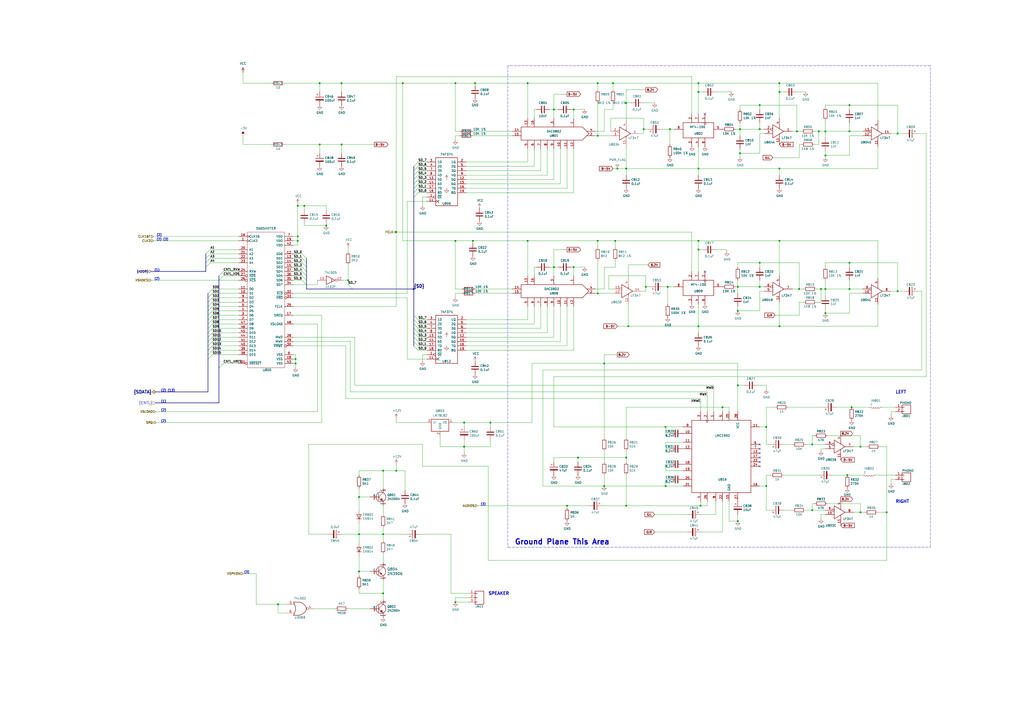
<source format=kicad_sch>
(kicad_sch (version 20231120) (generator "eeschema") (generator_version "8.0")
  (paper "A2")
  (lib_symbols
    (symbol "Atari-TT030:2N3904-atarist" (pin_names (offset 0))
      (property "Reference" "Q" (at 0 -3.81 0))
      (property "Value" "2N3904-atarist" (at 0 3.81 0))
      (symbol "2N3904-atarist_1_1"
        (pin passive line (at 2.54 -5.08 90) (length 2.54) (name "E") (number "1"))
        (pin input line (at -5.08 0 0) (length 5.08) (name "B") (number "2"))
        (pin passive line (at 2.54 5.08 270) (length 2.54) (name "C") (number "3"))
      )
    )
    (symbol "Atari-TT030:2N3906-atarist" (pin_names (offset 0))
      (property "Reference" "Q" (at 0 -3.81 0))
      (property "Value" "2N3906-atarist" (at 0 3.81 0))
      (symbol "2N3906-atarist_1_1"
        (pin passive line (at 2.54 -5.08 90) (length 2.54) (name "E") (number "1"))
        (pin input line (at -5.08 0 0) (length 5.08) (name "C") (number "2"))
        (pin passive line (at 2.54 5.08 270) (length 2.54) (name "C") (number "3"))
      )
    )
    (symbol "Atari-TT030:7406-Atari" (pin_names (offset 0.762))
      (property "Reference" "U" (at 3.81 8.89 0))
      (property "Value" "7406-Atari" (at 3.81 -7.62 0))
      (symbol "7406-Atari_1_1"
        (pin input line (at -7.62 0 0) (length 5.08) (name "~") (number "1"))
        (pin open_collector inverted (at 7.62 0 180) (length 5.08) (name "~") (number "2"))
      )
      (symbol "7406-Atari_2_1"
        (pin input line (at -7.62 0 0) (length 5.08) (name "~") (number "3"))
        (pin open_collector inverted (at 7.62 0 180) (length 5.08) (name "~") (number "4"))
      )
      (symbol "7406-Atari_3_1"
        (pin input line (at -7.62 0 0) (length 5.08) (name "~") (number "5"))
        (pin open_collector inverted (at 7.62 0 180) (length 5.08) (name "~") (number "6"))
      )
      (symbol "7406-Atari_4_1"
        (pin open_collector inverted (at 7.62 0 180) (length 5.08) (name "~") (number "8"))
        (pin input line (at -7.62 0 0) (length 5.08) (name "~") (number "9"))
      )
      (symbol "7406-Atari_5_1"
        (pin output inverted (at 7.62 0 180) (length 5.08) (name "~") (number "10"))
        (pin input line (at -7.62 0 0) (length 5.08) (name "~") (number "11"))
      )
      (symbol "7406-Atari_6_1"
        (pin open_collector inverted (at 7.62 0 180) (length 5.08) (name "~") (number "12"))
        (pin input line (at -7.62 0 0) (length 5.08) (name "~") (number "13"))
      )
      (symbol "7406-Atari_7_1"
        (pin power_in line (at 7.62 6.35 180) (length 5.08) (name "VCC") (number "14"))
        (pin power_in line (at 7.62 -6.35 180) (length 5.08) (name "GND") (number "7"))
      )
    )
    (symbol "Atari-TT030:74F374-Atari" (pin_names (offset 1.016))
      (property "Reference" "U" (at -8.89 16.51 0))
      (property "Value" "74F374-Atari" (at -8.89 -16.51 0))
      (symbol "74F374-Atari_1_0"
        (pin input inverted (at -11.43 -7.62 0) (length 5.08) (name "~{OE}") (number "1"))
        (pin power_in line (at 0 -2.54 90) (length 0) hide (name "GND") (number "10"))
        (pin input clock (at -11.43 -10.16 0) (length 5.08) (name "C") (number "11"))
        (pin tri_state line (at 11.43 2.54 180) (length 5.08) (name "5Q") (number "12"))
        (pin input line (at -11.43 2.54 0) (length 5.08) (name "5D") (number "13"))
        (pin input line (at -11.43 0 0) (length 5.08) (name "6D") (number "14"))
        (pin tri_state line (at 11.43 0 180) (length 5.08) (name "6Q") (number "15"))
        (pin tri_state line (at 11.43 -2.54 180) (length 5.08) (name "7Q") (number "16"))
        (pin input line (at -11.43 -2.54 0) (length 5.08) (name "7D") (number "17"))
        (pin input line (at -11.43 -5.08 0) (length 5.08) (name "8D") (number "18"))
        (pin tri_state line (at 11.43 -5.08 180) (length 5.08) (name "8Q") (number "19"))
        (pin tri_state line (at 11.43 12.7 180) (length 5.08) (name "1Q") (number "2"))
        (pin power_in line (at 0 2.54 270) (length 0) hide (name "VCC") (number "20"))
        (pin input line (at -11.43 12.7 0) (length 5.08) (name "1D") (number "3"))
        (pin input line (at -11.43 10.16 0) (length 5.08) (name "2D") (number "4"))
        (pin tri_state line (at 11.43 10.16 180) (length 5.08) (name "2Q") (number "5"))
        (pin tri_state line (at 11.43 7.62 180) (length 5.08) (name "3Q") (number "6"))
        (pin input line (at -11.43 7.62 0) (length 5.08) (name "3D") (number "7"))
        (pin input line (at -11.43 5.08 0) (length 5.08) (name "4D") (number "8"))
        (pin tri_state line (at 11.43 5.08 180) (length 5.08) (name "4Q") (number "9"))
      )
    )
    (symbol "Atari-TT030:74LS02-Atari" (pin_names (offset 1.016))
      (property "Reference" "U" (at 0 1.27 0))
      (property "Value" "74LS02-Atari" (at 0 -1.27 0))
      (symbol "74LS02-Atari_1_1"
        (pin output inverted (at 7.62 0 180) (length 3.81) (name "~") (number "1"))
        (pin input line (at -7.62 2.54 0) (length 4.318) (name "~") (number "2"))
        (pin input line (at -7.62 -2.54 0) (length 4.318) (name "~") (number "3"))
      )
      (symbol "74LS02-Atari_1_2"
        (pin output line (at 7.62 0 180) (length 3.81) (name "~") (number "1"))
        (pin input inverted (at -7.62 2.54 0) (length 3.81) (name "~") (number "2"))
        (pin input inverted (at -7.62 -2.54 0) (length 3.81) (name "~") (number "3"))
      )
      (symbol "74LS02-Atari_2_1"
        (pin output inverted (at 7.62 0 180) (length 3.81) (name "~") (number "4"))
        (pin input line (at -7.62 2.54 0) (length 4.318) (name "~") (number "5"))
        (pin input line (at -7.62 -2.54 0) (length 4.318) (name "~") (number "6"))
      )
      (symbol "74LS02-Atari_2_2"
        (pin output line (at 7.62 0 180) (length 3.81) (name "~") (number "4"))
        (pin input inverted (at -7.62 2.54 0) (length 3.81) (name "~") (number "5"))
        (pin input inverted (at -7.62 -2.54 0) (length 3.81) (name "~") (number "6"))
      )
      (symbol "74LS02-Atari_3_1"
        (pin output inverted (at 7.62 0 180) (length 3.81) (name "~") (number "10"))
        (pin input line (at -7.62 2.54 0) (length 4.318) (name "~") (number "8"))
        (pin input line (at -7.62 -2.54 0) (length 4.318) (name "~") (number "9"))
      )
      (symbol "74LS02-Atari_3_2"
        (pin output line (at 7.62 0 180) (length 3.81) (name "~") (number "10"))
        (pin input inverted (at -7.62 2.54 0) (length 3.81) (name "~") (number "8"))
        (pin input inverted (at -7.62 -2.54 0) (length 3.81) (name "~") (number "9"))
      )
      (symbol "74LS02-Atari_4_1"
        (pin input line (at -7.62 2.54 0) (length 4.318) (name "~") (number "11"))
        (pin input line (at -7.62 -2.54 0) (length 4.318) (name "~") (number "12"))
        (pin output inverted (at 7.62 0 180) (length 3.81) (name "~") (number "13"))
      )
      (symbol "74LS02-Atari_4_2"
        (pin input inverted (at -7.62 2.54 0) (length 3.81) (name "~") (number "11"))
        (pin input inverted (at -7.62 -2.54 0) (length 3.81) (name "~") (number "12"))
        (pin output line (at 7.62 0 180) (length 3.81) (name "~") (number "13"))
      )
      (symbol "74LS02-Atari_5_0"
        (pin power_in line (at 10.16 5.08 180) (length 10.0076) (name "VCC") (number "14"))
        (pin power_in line (at 10.16 -5.08 180) (length 10.0076) (name "GND") (number "7"))
      )
    )
    (symbol "Atari-TT030:CP-Device" (pin_numbers hide) (pin_names (offset 0.254))
      (property "Reference" "C" (at 0.635 2.54 0))
      (property "Value" "CP-Device" (at 0.635 -2.54 0))
      (symbol "CP-Device_1_1"
        (pin passive line (at 0 3.81 270) (length 2.794) (name "~") (number "1"))
        (pin passive line (at 0 -3.81 90) (length 2.794) (name "~") (number "2"))
      )
    )
    (symbol "Atari-TT030:Conn_01x02-Atari" (pin_names (offset 1.016) hide)
      (property "Reference" "J" (at 0 2.54 0))
      (symbol "Conn_01x02-Atari_1_1"
        (pin passive line (at -6.35 0 0) (length 3.81) (name "Pin_1") (number "1"))
        (pin passive line (at -6.35 -2.54 0) (length 3.81) (name "Pin_2") (number "2"))
      )
    )
    (symbol "Atari-TT030:Conn_01x03-Atari" (pin_names (offset 1.016) hide)
      (property "Reference" "J" (at 0 5.08 0))
      (symbol "Conn_01x03-Atari_1_1"
        (pin passive line (at -6.35 2.54 0) (length 3.81) (name "Pin_1") (number "1"))
        (pin passive line (at -6.35 0 0) (length 3.81) (name "Pin_2") (number "2"))
        (pin passive line (at -6.35 -2.54 0) (length 3.81) (name "Pin_3") (number "3"))
      )
    )
    (symbol "Atari-TT030:DAC0802-Atari" (pin_names (offset 1.016))
      (property "Reference" "U" (at 0 19.05 0))
      (property "Value" "DAC0802-Atari" (at 0 19.05 0))
      (symbol "DAC0802-Atari_1_1"
        (pin input line (at 11.43 8.89 270) (length 5.08) (name "~") (number "1"))
        (pin input line (at 3.81 -8.89 90) (length 5.08) (name "~") (number "10"))
        (pin input line (at 7.62 -8.89 90) (length 5.08) (name "~") (number "11"))
        (pin input line (at 11.43 -8.89 90) (length 5.08) (name "~") (number "12"))
        (pin power_in line (at -15.24 8.89 270) (length 5.08) (name "~") (number "13"))
        (pin input line (at -24.13 1.27 0) (length 5.08) (name "~") (number "14"))
        (pin input line (at -24.13 -1.27 0) (length 5.08) (name "~") (number "15"))
        (pin input line (at -11.43 8.89 270) (length 5.08) (name "~") (number "16"))
        (pin output line (at 24.13 -1.27 180) (length 5.08) (name "~") (number "2"))
        (pin power_in line (at 0 8.89 270) (length 5.08) (name "~") (number "3"))
        (pin output line (at 24.13 1.27 180) (length 5.08) (name "~") (number "4"))
        (pin input line (at -15.24 -8.89 90) (length 5.08) (name "~") (number "5"))
        (pin input line (at -11.43 -8.89 90) (length 5.08) (name "~") (number "6"))
        (pin input line (at -7.62 -8.89 90) (length 5.08) (name "~") (number "7"))
        (pin input line (at -3.81 -8.89 90) (length 5.08) (name "~") (number "8"))
        (pin input line (at 0 -8.89 90) (length 5.08) (name "~") (number "9"))
      )
    )
    (symbol "Atari-TT030:LF347-Atari" (pin_names (offset 1.016))
      (property "Reference" "U" (at 0 6.35 0))
      (property "Value" "LF347-Atari" (at 0 6.35 0))
      (symbol "LF347-Atari_0_1"
        (pin power_in line (at 1.27 -7.62 90) (length 5.08) (name "~") (number "11"))
        (pin power_in line (at 1.27 7.62 270) (length 5.08) (name "~") (number "4"))
      )
      (symbol "LF347-Atari_1_1"
        (pin output line (at 8.89 0 180) (length 5.08) (name "~") (number "1"))
        (pin input inverted (at -7.62 1.27 0) (length 5.08) (name "~") (number "2"))
        (pin input line (at -7.62 -1.27 0) (length 5.08) (name "~") (number "3"))
      )
      (symbol "LF347-Atari_2_1"
        (pin input line (at -7.62 -1.27 0) (length 5.08) (name "~") (number "5"))
        (pin input inverted (at -7.62 1.27 0) (length 5.08) (name "~") (number "6"))
        (pin output line (at 8.89 0 180) (length 5.08) (name "~") (number "7"))
      )
      (symbol "LF347-Atari_3_1"
        (pin input line (at -7.62 -1.27 0) (length 5.08) (name "~") (number "10"))
        (pin output line (at 8.89 0 180) (length 5.08) (name "~") (number "8"))
        (pin input inverted (at -7.62 1.27 0) (length 5.08) (name "~") (number "9"))
      )
      (symbol "LF347-Atari_4_1"
        (pin input line (at -7.62 -1.27 0) (length 5.08) (name "~") (number "12"))
        (pin input inverted (at -7.62 1.27 0) (length 5.08) (name "~") (number "13"))
        (pin output line (at 8.89 0 180) (length 5.08) (name "~") (number "14"))
      )
    )
    (symbol "Atari-TT030:LM78L82-Atari" (pin_names (offset 1.016))
      (property "Reference" "U" (at 0 7.62 0))
      (property "Value" "LM78L82-Atari" (at 0 5.08 0))
      (symbol "LM78L82-Atari_1_1"
        (pin power_out line (at 7.62 1.27 180) (length 2.54) (name "VO") (number "1"))
        (pin power_in line (at 0 -6.35 90) (length 2.54) (name "GND") (number "2"))
        (pin power_in line (at -7.62 1.27 0) (length 2.54) (name "VI") (number "3"))
      )
    )
    (symbol "Atari-TT030:LMC1992-Atari" (pin_names (offset 1.016))
      (property "Reference" "U" (at 0 0 0))
      (property "Value" "LMC1992-Atari" (at 0 0 0))
      (symbol "LMC1992-Atari_1_1"
        (pin input line (at -5.08 25.4 270) (length 5.08) (name "~") (number "1"))
        (pin input line (at -22.86 12.7 0) (length 5.08) (name "~") (number "10"))
        (pin output line (at -22.86 7.62 0) (length 5.08) (name "~") (number "11"))
        (pin output line (at -22.86 3.81 0) (length 5.08) (name "~") (number "12"))
        (pin output line (at 21.59 1.27 180) (length 5.08) (name "~") (number "13"))
        (pin output line (at 21.59 16.51 180) (length 5.08) (name "~") (number "14"))
        (pin power_in line (at 3.81 -26.67 90) (length 5.08) (name "GND") (number "15"))
        (pin output line (at 21.59 -17.78 180) (length 5.08) (name "~") (number "16"))
        (pin output line (at 21.59 -1.27 180) (length 5.08) (name "~") (number "17"))
        (pin output line (at -22.86 -5.08 0) (length 5.08) (name "~") (number "18"))
        (pin output line (at -22.86 -8.89 0) (length 5.08) (name "~") (number "19"))
        (pin input clock (at -8.89 25.4 270) (length 5.08) (name "~") (number "2"))
        (pin input line (at -22.86 -13.97 0) (length 5.08) (name "~") (number "20"))
        (pin input line (at -22.86 -17.78 0) (length 5.08) (name "~") (number "21"))
        (pin output line (at 0 -26.67 90) (length 5.08) (name "~") (number "22"))
        (pin input line (at 21.59 -3.81 180) (length 5.08) (name "~") (number "23"))
        (pin input line (at 21.59 -6.35 180) (length 5.08) (name "~") (number "24"))
        (pin input line (at 3.81 25.4 270) (length 5.08) (name "~") (number "25"))
        (pin input line (at -8.89 -26.67 90) (length 5.08) (name "~") (number "26"))
        (pin input line (at 8.89 -26.67 90) (length 5.08) (name "~") (number "27"))
        (pin power_in line (at 8.89 25.4 270) (length 5.08) (name "VCC") (number "28"))
        (pin input line (at -12.7 25.4 270) (length 5.08) (name "~") (number "3"))
        (pin input line (at -12.7 -26.67 90) (length 5.08) (name "~") (number "4"))
        (pin input line (at 0 25.4 270) (length 5.08) (name "~") (number "5"))
        (pin input line (at 21.59 6.35 180) (length 5.08) (name "~") (number "6"))
        (pin input line (at 21.59 3.81 180) (length 5.08) (name "~") (number "7"))
        (pin output line (at -3.81 -26.67 90) (length 5.08) (name "~") (number "8"))
        (pin input line (at -22.86 16.51 0) (length 5.08) (name "~") (number "9"))
      )
    )
    (symbol "Atari-TT030:MF4-100-Atari" (pin_names (offset 1.016))
      (property "Reference" "U" (at 0 -2.54 0))
      (property "Value" "MF4-100-Atari" (at 0 0 0))
      (symbol "MF4-100-Atari_1_1"
        (pin input clock (at 3.81 8.89 270) (length 5.08) (name "~") (number "1"))
        (pin bidirectional line (at -3.81 8.89 270) (length 5.08) (name "~") (number "2"))
        (pin bidirectional line (at -3.81 -10.16 90) (length 5.08) (name "~") (number "3"))
        (pin power_in line (at 0 -10.16 90) (length 5.08) (name "~") (number "4"))
        (pin output line (at 13.97 0 180) (length 5.08) (name "~") (number "5"))
        (pin bidirectional line (at 3.81 -10.16 90) (length 5.08) (name "~") (number "6"))
        (pin power_in line (at 0 8.89 270) (length 5.08) (name "~") (number "7"))
        (pin input line (at -13.97 0 0) (length 5.08) (name "~") (number "8"))
      )
    )
    (symbol "Atari-TT030:SNDSHIFTER-Atari" (pin_names (offset 1.016))
      (property "Reference" "U" (at 0 -45.72 0))
      (property "Value" "SNDSHIFTER-Atari" (at 0 35.56 0))
      (symbol "SNDSHIFTER-Atari_1_1"
        (pin input clock (at -16.51 29.21 0) (length 5.08) (name "CLK2") (number "1"))
        (pin bidirectional line (at -16.51 -1.27 0) (length 5.08) (name "D1") (number "10"))
        (pin bidirectional line (at -16.51 1.27 0) (length 5.08) (name "D0") (number "11"))
        (pin bidirectional line (at 15.24 21.59 180) (length 5.08) (name "SD0") (number "12"))
        (pin bidirectional line (at 15.24 19.05 180) (length 5.08) (name "SD1") (number "13"))
        (pin bidirectional line (at 15.24 16.51 180) (length 5.08) (name "SD2") (number "14"))
        (pin bidirectional line (at 15.24 13.97 180) (length 5.08) (name "SD3") (number "15"))
        (pin input clock (at -16.51 31.75 0) (length 5.08) (name "CLK16") (number "16"))
        (pin input line (at 15.24 -13.97 180) (length 5.08) (name "SREQ") (number "17"))
        (pin power_in line (at 15.24 -39.37 180) (length 5.08) (name "VSS") (number "18"))
        (pin input line (at 15.24 29.21 180) (length 5.08) (name "VDO") (number "19"))
        (pin bidirectional line (at -16.51 -16.51 0) (length 5.08) (name "D7") (number "2"))
        (pin input line (at -16.51 24.13 0) (length 5.08) (name "A1") (number "20"))
        (pin input line (at -16.51 21.59 0) (length 5.08) (name "A2") (number "21"))
        (pin input line (at -16.51 19.05 0) (length 5.08) (name "A3") (number "22"))
        (pin input line (at -16.51 16.51 0) (length 5.08) (name "A4") (number "23"))
        (pin input line (at -16.51 11.43 0) (length 5.08) (name "RXW") (number "24"))
        (pin input line (at 15.24 -8.89 180) (length 5.08) (name "FCLK") (number "25"))
        (pin input inverted (at -16.51 6.35 0) (length 5.08) (name "~{XCS}") (number "26"))
        (pin input inverted (at -16.51 8.89 0) (length 5.08) (name "~{XDS}") (number "27"))
        (pin bidirectional line (at 15.24 -26.67 180) (length 5.08) (name "MWD") (number "28"))
        (pin bidirectional line (at 15.24 -29.21 180) (length 5.08) (name "MWK") (number "29"))
        (pin bidirectional line (at -16.51 -13.97 0) (length 5.08) (name "D6") (number "3"))
        (pin bidirectional inverted (at 15.24 -31.75 180) (length 5.08) (name "~{XMWE}") (number "30"))
        (pin input inverted (at -16.51 -41.91 0) (length 5.08) (name "~{XRESET}") (number "31"))
        (pin output inverted (at 15.24 -1.27 180) (length 5.08) (name "~{XLD}") (number "32"))
        (pin output inverted (at 15.24 -3.81 180) (length 5.08) (name "~{XRD}") (number "33"))
        (pin bidirectional line (at 15.24 3.81 180) (length 5.08) (name "SD7") (number "34"))
        (pin bidirectional line (at 15.24 6.35 180) (length 5.08) (name "SD6") (number "35"))
        (pin bidirectional line (at 15.24 8.89 180) (length 5.08) (name "SD5") (number "36"))
        (pin bidirectional line (at 15.24 11.43 180) (length 5.08) (name "SD4") (number "37"))
        (pin bidirectional line (at -16.51 -36.83 0) (length 5.08) (name "D15") (number "38"))
        (pin bidirectional line (at -16.51 -34.29 0) (length 5.08) (name "D14") (number "39"))
        (pin bidirectional line (at -16.51 -11.43 0) (length 5.08) (name "D5") (number "4"))
        (pin bidirectional line (at -16.51 -31.75 0) (length 5.08) (name "D13") (number "40"))
        (pin bidirectional line (at -16.51 -29.21 0) (length 5.08) (name "D12") (number "41"))
        (pin input line (at 15.24 26.67 180) (length 5.08) (name "VDO") (number "42"))
        (pin power_in line (at 15.24 -41.91 180) (length 5.08) (name "VSS") (number "43"))
        (pin bidirectional line (at -16.51 -26.67 0) (length 5.08) (name "D11") (number "44"))
        (pin bidirectional line (at -16.51 -24.13 0) (length 5.08) (name "D10") (number "45"))
        (pin bidirectional line (at -16.51 -21.59 0) (length 5.08) (name "D9") (number "46"))
        (pin bidirectional line (at -16.51 -19.05 0) (length 5.08) (name "D8") (number "47"))
        (pin input line (at 15.24 -19.05 180) (length 5.08) (name "XSLOAD") (number "48"))
        (pin bidirectional line (at -16.51 -8.89 0) (length 5.08) (name "D4") (number "5"))
        (pin power_in line (at 15.24 -36.83 180) (length 5.08) (name "VSS") (number "6"))
        (pin power_in line (at 15.24 31.75 180) (length 5.08) (name "VDO") (number "7"))
        (pin bidirectional line (at -16.51 -6.35 0) (length 5.08) (name "D3") (number "8"))
        (pin bidirectional line (at -16.51 -3.81 0) (length 5.08) (name "D2") (number "9"))
      )
    )
    (symbol "Device:C" (pin_numbers hide) (pin_names (offset 0.254))
      (property "Reference" "C" (at 0.635 2.54 0))
      (property "Value" "C" (at 0.635 -2.54 0))
      (symbol "C_1_1"
        (pin passive line (at 0 3.81 270) (length 2.794) (name "~") (number "1"))
        (pin passive line (at 0 -3.81 90) (length 2.794) (name "~") (number "2"))
      )
    )
    (symbol "Device:D" (pin_numbers hide) (pin_names (offset 1.016) hide)
      (property "Reference" "D" (at 0 2.54 0))
      (property "Value" "D" (at 0 -2.54 0))
      (symbol "D_1_1"
        (pin passive line (at -3.81 0 0) (length 2.54) (name "K") (number "1"))
        (pin passive line (at 3.81 0 180) (length 2.54) (name "A") (number "2"))
      )
    )
    (symbol "Device:L" (pin_numbers hide) (pin_names (offset 1.016) hide)
      (property "Reference" "L" (at -1.27 0 90))
      (property "Value" "L" (at 1.905 0 90))
      (symbol "L_1_1"
        (pin passive line (at 0 3.81 270) (length 1.27) (name "1") (number "1"))
        (pin passive line (at 0 -3.81 90) (length 1.27) (name "2") (number "2"))
      )
    )
    (symbol "Device:R" (pin_numbers hide) (pin_names (offset 0))
      (property "Reference" "R" (at 2.032 0 90))
      (property "Value" "R" (at 0 0 90))
      (symbol "R_1_1"
        (pin passive line (at 0 3.81 270) (length 1.27) (name "~") (number "1"))
        (pin passive line (at 0 -3.81 90) (length 1.27) (name "~") (number "2"))
      )
    )
    (symbol "power:+12V" (power) (pin_numbers hide) (pin_names (offset 0) hide)
      (property "Value" "+12V" (at 0 3.556 0))
      (symbol "+12V_1_1"
        (pin power_in line (at 0 0 90) (length 0) (name "~") (number "1"))
      )
    )
    (symbol "power:-5V" (power) (pin_numbers hide) (pin_names (offset 0) hide)
      (property "Value" "-5V" (at 0 3.556 0))
      (symbol "-5V_0_0"
        (pin power_in line (at 0 0 90) (length 0) (name "~") (number "1"))
      )
    )
    (symbol "power:GND" (power) (pin_numbers hide) (pin_names (offset 0) hide)
      (property "Value" "GND" (at 0 -3.81 0))
      (symbol "GND_1_1"
        (pin power_in line (at 0 0 270) (length 0) (name "~") (number "1"))
      )
    )
    (symbol "power:PWR_FLAG" (power) (pin_numbers hide) (pin_names (offset 0) hide)
      (property "Value" "PWR_FLAG" (at 0 3.81 0))
      (symbol "PWR_FLAG_0_0"
        (pin power_out line (at 0 0 90) (length 0) (name "~") (number "1"))
      )
    )
    (symbol "power:VCC" (power) (pin_numbers hide) (pin_names (offset 0) hide)
      (property "Value" "VCC" (at 0 3.556 0))
      (symbol "VCC_1_1"
        (pin power_in line (at 0 0 90) (length 0) (name "~") (number "1"))
      )
    )
  )
  (bus_alias "SD" (members "SD_[0..7]"))
  (junction (at 335.28 265.43))
  (junction (at 386.08 247.65))
  (junction (at 328.93 293.37))
  (junction (at 172.72 137.16))
  (junction (at 363.22 59.69))
  (junction (at 332.74 154.94))
  (junction (at 452.12 48.26))
  (junction (at 492.76 152.4))
  (junction (at 306.07 48.26))
  (junction (at 474.98 76.2))
  (junction (at 374.65 166.37))
  (junction (at 440.69 152.4))
  (junction (at 363.22 97.79))
  (junction (at 306.07 139.7))
  (junction (at 373.38 74.93))
  (junction (at 478.79 181.61))
  (junction (at 201.93 162.56))
  (junction (at 264.16 48.26))
  (junction (at 492.76 60.96))
  (junction (at 405.13 48.26))
  (junction (at 492.76 76.2))
  (junction (at 198.12 48.26))
  (junction (at 452.12 189.23))
  (junction (at 171.45 210.82))
  (junction (at 405.13 139.7))
  (junction (at 350.52 281.94))
  (junction (at 514.35 297.18))
  (junction (at 429.26 88.9))
  (junction (at 363.22 265.43))
  (junction (at 387.35 166.37))
  (junction (at 358.14 97.79))
  (junction (at 240.03 167.64))
  (junction (at 269.24 245.11))
  (junction (at 274.32 139.7))
  (junction (at 346.71 170.18))
  (junction (at 444.5 247.65))
  (junction (at 346.71 78.74))
  (junction (at 208.28 331.47))
  (junction (at 388.62 74.93))
  (junction (at 491.49 275.59))
  (junction (at 478.79 90.17))
  (junction (at 405.13 97.79))
  (junction (at 233.68 48.26))
  (junction (at 452.12 53.34))
  (junction (at 499.11 259.08))
  (junction (at 499.11 297.18))
  (junction (at 452.12 97.79))
  (junction (at 264.16 139.7))
  (junction (at 427.99 223.52))
  (junction (at 185.42 48.26))
  (junction (at 478.79 167.64))
  (junction (at 208.28 288.29))
  (junction (at 429.26 74.93))
  (junction (at 440.69 166.37))
  (junction (at 189.23 130.81))
  (junction (at 452.12 139.7))
  (junction (at 222.25 309.88))
  (junction (at 161.29 350.52))
  (junction (at 363.22 293.37))
  (junction (at 284.48 245.11))
  (junction (at 405.13 144.78))
  (junction (at 520.7 77.47))
  (junction (at 440.69 74.93))
  (junction (at 440.69 60.96))
  (junction (at 492.76 167.64))
  (junction (at 346.71 139.7))
  (junction (at 198.12 83.82))
  (junction (at 356.87 139.7))
  (junction (at 405.13 189.23))
  (junction (at 364.49 189.23))
  (junction (at 346.71 48.26))
  (junction (at 386.08 281.94))
  (junction (at 350.52 210.82))
  (junction (at 229.87 134.62))
  (junction (at 471.17 257.81))
  (junction (at 332.74 63.5))
  (junction (at 427.99 302.26))
  (junction (at 275.59 48.26))
  (junction (at 229.87 273.05))
  (junction (at 462.28 76.2))
  (junction (at 208.28 309.88))
  (junction (at 171.45 208.28))
  (junction (at 463.55 167.64))
  (junction (at 444.5 281.94))
  (junction (at 494.03 236.22))
  (junction (at 471.17 295.91))
  (junction (at 427.99 180.34))
  (junction (at 176.53 119.38))
  (junction (at 427.99 166.37))
  (junction (at 222.25 344.17))
  (junction (at 264.16 349.25))
  (junction (at 520.7 168.91))
  (junction (at 405.13 53.34))
  (junction (at 269.24 259.08))
  (junction (at 185.42 83.82))
  (junction (at 172.72 119.38))
  (junction (at 222.25 273.05))
  (junction (at 321.31 154.94))
  (junction (at 478.79 76.2))
  (junction (at 355.6 48.26))
  (junction (at 476.25 167.64))
  (junction (at 419.1 236.22))
  (junction (at 406.4 293.37))
  (junction (at 321.31 63.5))
  (junction (at 172.72 139.7))
  (no_connect (at 440.69 270.51))
  (no_connect (at 440.69 260.35))
  (no_connect (at 440.69 267.97))
  (no_connect (at 440.69 257.81))
  (no_connect (at 408.94 66.04))
  (no_connect (at 440.69 265.43))
  (no_connect (at 408.94 157.48))
  (no_connect (at 440.69 262.89))
  (bus_entry (at 240.03 190.5) (size 2.54 2.54))
  (bus_entry (at 240.03 96.52) (size 2.54 -2.54))
  (bus_entry (at 120.65 172.72) (size 2.54 -2.54))
  (bus_entry (at 175.26 157.48) (size 2.54 2.54))
  (bus_entry (at 175.26 149.86) (size 2.54 2.54))
  (bus_entry (at 240.03 109.22) (size 2.54 -2.54))
  (bus_entry (at 175.26 152.4) (size 2.54 2.54))
  (bus_entry (at 127 162.56) (size 2.54 -2.54))
  (bus_entry (at 240.03 198.12) (size 2.54 2.54))
  (bus_entry (at 201.93 165.1) (size 2.54 2.54))
  (bus_entry (at 120.65 187.96) (size 2.54 -2.54))
  (bus_entry (at 120.65 198.12) (size 2.54 -2.54))
  (bus_entry (at 240.03 195.58) (size 2.54 2.54))
  (bus_entry (at 120.65 175.26) (size 2.54 -2.54))
  (bus_entry (at 120.65 193.04) (size 2.54 -2.54))
  (bus_entry (at 240.03 200.66) (size 2.54 2.54))
  (bus_entry (at 120.65 195.58) (size 2.54 -2.54))
  (bus_entry (at 120.65 208.28) (size 2.54 -2.54))
  (bus_entry (at 119.38 154.94) (size 2.54 -2.54))
  (bus_entry (at 240.03 185.42) (size 2.54 2.54))
  (bus_entry (at 120.65 200.66) (size 2.54 -2.54))
  (bus_entry (at 119.38 152.4) (size 2.54 -2.54))
  (bus_entry (at 240.03 104.14) (size 2.54 -2.54))
  (bus_entry (at 120.65 190.5) (size 2.54 -2.54))
  (bus_entry (at 240.03 111.76) (size 2.54 -2.54))
  (bus_entry (at 175.26 162.56) (size 2.54 2.54))
  (bus_entry (at 120.65 180.34) (size 2.54 -2.54))
  (bus_entry (at 119.38 147.32) (size 2.54 -2.54))
  (bus_entry (at 120.65 182.88) (size 2.54 -2.54))
  (bus_entry (at 240.03 187.96) (size 2.54 2.54))
  (bus_entry (at 175.26 147.32) (size 2.54 2.54))
  (bus_entry (at 175.26 160.02) (size 2.54 2.54))
  (bus_entry (at 240.03 106.68) (size 2.54 -2.54))
  (bus_entry (at 120.65 170.18) (size 2.54 -2.54))
  (bus_entry (at 240.03 114.3) (size 2.54 -2.54))
  (bus_entry (at 240.03 99.06) (size 2.54 -2.54))
  (bus_entry (at 240.03 101.6) (size 2.54 -2.54))
  (bus_entry (at 120.65 185.42) (size 2.54 -2.54))
  (bus_entry (at 120.65 205.74) (size 2.54 -2.54))
  (bus_entry (at 240.03 193.04) (size 2.54 2.54))
  (bus_entry (at 240.03 182.88) (size 2.54 2.54))
  (bus_entry (at 119.38 149.86) (size 2.54 -2.54))
  (bus_entry (at 175.26 154.94) (size 2.54 2.54))
  (bus_entry (at 127 213.36) (size 2.54 -2.54))
  (bus_entry (at 120.65 177.8) (size 2.54 -2.54))
  (bus_entry (at 120.65 203.2) (size 2.54 -2.54))
  (bus_entry (at 127 160.02) (size 2.54 -2.54))
  (wire (pts (xy 186.69 182.88) (xy 186.69 245.11)))
  (wire (pts (xy 444.5 295.91) (xy 447.04 295.91)))
  (wire (pts (xy 476.25 260.35) (xy 478.79 260.35)))
  (wire (pts (xy 478.79 167.64) (xy 492.76 167.64)))
  (wire (pts (xy 123.19 185.42) (xy 138.43 185.42)))
  (wire (pts (xy 379.73 308.61) (xy 398.78 308.61)))
  (wire (pts (xy 157.48 48.26) (xy 140.97 48.26)))
  (wire (pts (xy 189.23 130.81) (xy 176.53 130.81)))
  (bus (pts (xy 119.38 152.4) (xy 119.38 154.94)))
  (wire (pts (xy 208.28 303.53) (xy 208.28 309.88)))
  (wire (pts (xy 170.18 177.8) (xy 229.87 177.8)))
  (wire (pts (xy 208.28 344.17) (xy 208.28 341.63)))
  (wire (pts (xy 478.79 76.2) (xy 492.76 76.2)))
  (bus (pts (xy 240.03 99.06) (xy 240.03 101.6)))
  (wire (pts (xy 346.71 143.51) (xy 346.71 139.7)))
  (wire (pts (xy 345.44 78.74) (xy 346.71 78.74)))
  (wire (pts (xy 205.74 223.52) (xy 205.74 195.58)))
  (wire (pts (xy 386.08 269.24) (xy 388.62 269.24)))
  (wire (pts (xy 186.69 245.11) (xy 90.17 245.11)))
  (wire (pts (xy 516.89 77.47) (xy 520.7 77.47)))
  (bus (pts (xy 177.8 154.94) (xy 177.8 157.48)))
  (wire (pts (xy 485.14 236.22) (xy 494.03 236.22)))
  (bus (pts (xy 120.65 175.26) (xy 120.65 177.8)))
  (wire (pts (xy 472.44 83.82) (xy 474.98 83.82)))
  (wire (pts (xy 332.74 111.76) (xy 332.74 86.36)))
  (wire (pts (xy 509.27 48.26) (xy 452.12 48.26)))
  (wire (pts (xy 314.96 214.63) (xy 314.96 281.94)))
  (wire (pts (xy 309.88 160.02) (xy 309.88 154.94)))
  (wire (pts (xy 509.27 189.23) (xy 509.27 176.53)))
  (wire (pts (xy 170.18 170.18) (xy 236.22 170.18)))
  (wire (pts (xy 328.93 109.22) (xy 328.93 86.36)))
  (wire (pts (xy 123.19 177.8) (xy 138.43 177.8)))
  (wire (pts (xy 440.69 168.91) (xy 443.23 168.91)))
  (wire (pts (xy 123.19 190.5) (xy 138.43 190.5)))
  (wire (pts (xy 427.99 170.18) (xy 427.99 166.37)))
  (bus (pts (xy 240.03 187.96) (xy 240.03 190.5)))
  (wire (pts (xy 325.12 198.12) (xy 325.12 177.8)))
  (wire (pts (xy 171.45 210.82) (xy 171.45 208.28)))
  (bus (pts (xy 240.03 114.3) (xy 240.03 167.64)))
  (wire (pts (xy 247.65 208.28) (xy 236.22 208.28)))
  (wire (pts (xy 332.74 154.94) (xy 339.09 154.94)))
  (wire (pts (xy 363.22 97.79) (xy 405.13 97.79)))
  (wire (pts (xy 321.31 160.02) (xy 321.31 154.94)))
  (wire (pts (xy 462.28 60.96) (xy 440.69 60.96)))
  (wire (pts (xy 346.71 48.26) (xy 355.6 48.26)))
  (wire (pts (xy 274.32 139.7) (xy 306.07 139.7)))
  (wire (pts (xy 274.32 76.2) (xy 297.18 76.2)))
  (wire (pts (xy 331.47 154.94) (xy 332.74 154.94)))
  (wire (pts (xy 184.15 165.1) (xy 184.15 162.56)))
  (wire (pts (xy 476.25 261.62) (xy 476.25 260.35)))
  (wire (pts (xy 229.87 245.11) (xy 247.65 245.11)))
  (wire (pts (xy 386.08 281.94) (xy 396.24 281.94)))
  (wire (pts (xy 222.25 347.98) (xy 222.25 344.17)))
  (bus (pts (xy 177.8 152.4) (xy 177.8 154.94)))
  (wire (pts (xy 429.26 74.93) (xy 429.26 71.12)))
  (wire (pts (xy 471.17 257.81) (xy 471.17 252.73)))
  (wire (pts (xy 264.16 346.71) (xy 271.78 346.71)))
  (bus (pts (xy 119.38 157.48) (xy 87.63 157.48)))
  (wire (pts (xy 170.18 182.88) (xy 186.69 182.88)))
  (wire (pts (xy 269.24 245.11) (xy 284.48 245.11)))
  (wire (pts (xy 321.31 144.78) (xy 328.93 144.78)))
  (wire (pts (xy 201.93 146.05) (xy 201.93 143.51)))
  (wire (pts (xy 271.78 344.17) (xy 261.62 344.17)))
  (wire (pts (xy 245.11 270.51) (xy 283.21 270.51)))
  (wire (pts (xy 264.16 139.7) (xy 274.32 139.7)))
  (wire (pts (xy 476.25 298.45) (xy 476.25 300.99)))
  (wire (pts (xy 313.69 99.06) (xy 313.69 86.36)))
  (wire (pts (xy 346.71 170.18) (xy 346.71 151.13)))
  (wire (pts (xy 185.42 83.82) (xy 198.12 83.82)))
  (wire (pts (xy 346.71 52.07) (xy 346.71 48.26)))
  (wire (pts (xy 492.76 76.2) (xy 492.76 71.12)))
  (wire (pts (xy 478.79 91.44) (xy 478.79 90.17)))
  (wire (pts (xy 356.87 143.51) (xy 356.87 139.7)))
  (wire (pts (xy 203.2 227.33) (xy 410.21 227.33)))
  (wire (pts (xy 270.51 93.98) (xy 306.07 93.98)))
  (wire (pts (xy 309.88 177.8) (xy 309.88 187.96)))
  (bus (pts (xy 204.47 167.64) (xy 240.03 167.64)))
  (wire (pts (xy 363.22 293.37) (xy 363.22 275.59)))
  (wire (pts (xy 364.49 161.29) (xy 364.49 153.67)))
  (wire (pts (xy 242.57 185.42) (xy 247.65 185.42)))
  (wire (pts (xy 208.28 288.29) (xy 214.63 288.29)))
  (wire (pts (xy 170.18 157.48) (xy 175.26 157.48)))
  (bus (pts (xy 240.03 106.68) (xy 240.03 109.22)))
  (wire (pts (xy 514.35 297.18) (xy 514.35 325.12)))
  (wire (pts (xy 332.74 160.02) (xy 332.74 154.94)))
  (bus (pts (xy 177.8 160.02) (xy 177.8 162.56)))
  (wire (pts (xy 492.76 154.94) (xy 492.76 152.4)))
  (wire (pts (xy 123.19 203.2) (xy 138.43 203.2)))
  (wire (pts (xy 353.06 167.64) (xy 355.6 167.64)))
  (wire (pts (xy 233.68 48.26) (xy 233.68 139.7)))
  (wire (pts (xy 473.71 175.26) (xy 476.25 175.26)))
  (polyline (pts (xy 539.75 38.1) (xy 294.64 38.1)) (stroke (width 0) (type dash)))
  (wire (pts (xy 270.51 111.76) (xy 332.74 111.76)))
  (wire (pts (xy 264.16 170.18) (xy 267.97 170.18)))
  (wire (pts (xy 346.71 139.7) (xy 356.87 139.7)))
  (bus (pts (xy 127 213.36) (xy 127 233.68)))
  (wire (pts (xy 478.79 162.56) (xy 478.79 167.64)))
  (wire (pts (xy 264.16 349.25) (xy 271.78 349.25)))
  (wire (pts (xy 270.51 190.5) (xy 313.69 190.5)))
  (bus (pts (xy 240.03 195.58) (xy 240.03 198.12)))
  (wire (pts (xy 363.22 265.43) (xy 363.22 267.97)))
  (wire (pts (xy 123.19 170.18) (xy 138.43 170.18)))
  (wire (pts (xy 345.44 170.18) (xy 346.71 170.18)))
  (wire (pts (xy 388.62 74.93) (xy 383.54 74.93)))
  (wire (pts (xy 123.19 175.26) (xy 138.43 175.26)))
  (wire (pts (xy 387.35 166.37) (xy 391.16 166.37)))
  (wire (pts (xy 478.79 90.17) (xy 478.79 87.63)))
  (wire (pts (xy 516.89 238.76) (xy 519.43 238.76)))
  (wire (pts (xy 242.57 96.52) (xy 247.65 96.52)))
  (wire (pts (xy 452.12 175.26) (xy 452.12 189.23)))
  (wire (pts (xy 355.6 52.07) (xy 355.6 48.26)))
  (wire (pts (xy 140.97 83.82) (xy 140.97 78.74)))
  (wire (pts (xy 452.12 68.58) (xy 452.12 53.34)))
  (wire (pts (xy 201.93 165.1) (xy 201.93 162.56)))
  (wire (pts (xy 474.98 83.82) (xy 474.98 76.2)))
  (wire (pts (xy 261.62 309.88) (xy 243.84 309.88)))
  (wire (pts (xy 454.66 257.81) (xy 459.74 257.81)))
  (wire (pts (xy 426.72 166.37) (xy 427.99 166.37)))
  (wire (pts (xy 345.44 76.2) (xy 350.52 76.2)))
  (wire (pts (xy 363.22 261.62) (xy 363.22 265.43)))
  (wire (pts (xy 406.4 298.45) (xy 415.29 298.45)))
  (wire (pts (xy 306.07 93.98) (xy 306.07 86.36)))
  (wire (pts (xy 306.07 68.58) (xy 306.07 48.26)))
  (wire (pts (xy 494.03 236.22) (xy 504.19 236.22)))
  (bus (pts (xy 120.65 170.18) (xy 120.65 172.72)))
  (wire (pts (xy 478.79 298.45) (xy 476.25 298.45)))
  (bus (pts (xy 120.65 182.88) (xy 120.65 185.42)))
  (wire (pts (xy 363.22 265.43) (xy 335.28 265.43)))
  (wire (pts (xy 482.6 275.59) (xy 491.49 275.59)))
  (wire (pts (xy 321.31 218.44) (xy 321.31 247.65)))
  (wire (pts (xy 363.22 254) (xy 363.22 236.22)))
  (wire (pts (xy 374.65 166.37) (xy 374.65 160.02)))
  (wire (pts (xy 170.18 165.1) (xy 177.8 165.1)))
  (wire (pts (xy 321.31 68.58) (xy 321.31 63.5)))
  (wire (pts (xy 170.18 139.7) (xy 172.72 139.7)))
  (wire (pts (xy 405.13 193.04) (xy 405.13 189.23)))
  (wire (pts (xy 269.24 259.08) (xy 255.27 259.08)))
  (wire (pts (xy 440.69 281.94) (xy 444.5 281.94)))
  (wire (pts (xy 406.4 308.61) (xy 419.1 308.61)))
  (wire (pts (xy 537.21 77.47) (xy 532.13 77.47)))
  (wire (pts (xy 332.74 63.5) (xy 339.09 63.5)))
  (bus (pts (xy 120.65 185.42) (xy 120.65 187.96)))
  (wire (pts (xy 179.07 257.81) (xy 245.11 257.81)))
  (wire (pts (xy 332.74 68.58) (xy 332.74 63.5)))
  (wire (pts (xy 440.69 166.37) (xy 443.23 166.37)))
  (wire (pts (xy 185.42 53.34) (xy 185.42 48.26)))
  (bus (pts (xy 127 233.68) (xy 90.17 233.68)))
  (wire (pts (xy 440.69 63.5) (xy 440.69 60.96)))
  (wire (pts (xy 129.54 210.82) (xy 138.43 210.82)))
  (wire (pts (xy 229.87 134.62) (xy 401.32 134.62)))
  (wire (pts (xy 427.99 177.8) (xy 427.99 180.34)))
  (wire (pts (xy 448.31 91.44) (xy 463.55 91.44)))
  (wire (pts (xy 454.66 275.59) (xy 474.98 275.59)))
  (wire (pts (xy 270.51 185.42) (xy 306.07 185.42)))
  (wire (pts (xy 328.93 200.66) (xy 328.93 177.8)))
  (wire (pts (xy 148.59 332.74) (xy 140.97 332.74)))
  (wire (pts (xy 444.5 247.65) (xy 444.5 236.22)))
  (wire (pts (xy 444.5 247.65) (xy 444.5 257.81)))
  (wire (pts (xy 444.5 236.22) (xy 449.58 236.22)))
  (wire (pts (xy 170.18 208.28) (xy 171.45 208.28)))
  (wire (pts (xy 325.12 106.68) (xy 325.12 86.36)))
  (wire (pts (xy 467.36 295.91) (xy 471.17 295.91)))
  (wire (pts (xy 245.11 205.74) (xy 247.65 205.74)))
  (wire (pts (xy 422.91 236.22) (xy 422.91 238.76)))
  (wire (pts (xy 270.51 106.68) (xy 325.12 106.68)))
  (wire (pts (xy 462.28 53.34) (xy 467.36 53.34)))
  (wire (pts (xy 242.57 193.04) (xy 247.65 193.04)))
  (bus (pts (xy 127 160.02) (xy 127 162.56)))
  (wire (pts (xy 222.25 344.17) (xy 222.25 336.55)))
  (wire (pts (xy 283.21 270.51) (xy 283.21 325.12)))
  (wire (pts (xy 492.76 167.64) (xy 492.76 162.56)))
  (wire (pts (xy 386.08 251.46) (xy 386.08 247.65)))
  (wire (pts (xy 255.27 259.08) (xy 255.27 252.73)))
  (wire (pts (xy 242.57 93.98) (xy 247.65 93.98)))
  (wire (pts (xy 222.25 298.45) (xy 222.25 293.37)))
  (wire (pts (xy 203.2 198.12) (xy 170.18 198.12)))
  (wire (pts (xy 317.5 177.8) (xy 317.5 193.04)))
  (wire (pts (xy 405.13 97.79) (xy 405.13 85.09)))
  (wire (pts (xy 190.5 309.88) (xy 179.07 309.88)))
  (wire (pts (xy 177.8 165.1) (xy 184.15 165.1)))
  (wire (pts (xy 444.5 223.52) (xy 444.5 226.06)))
  (wire (pts (xy 473.71 167.64) (xy 476.25 167.64)))
  (wire (pts (xy 270.51 96.52) (xy 309.88 96.52)))
  (wire (pts (xy 208.28 309.88) (xy 208.28 314.96)))
  (wire (pts (xy 472.44 76.2) (xy 474.98 76.2)))
  (wire (pts (xy 308.61 210.82) (xy 308.61 245.11)))
  (wire (pts (xy 495.3 297.18) (xy 499.11 297.18)))
  (wire (pts (xy 321.31 154.94) (xy 321.31 144.78)))
  (bus (pts (xy 240.03 185.42) (xy 240.03 187.96)))
  (bus (pts (xy 120.65 200.66) (xy 120.65 203.2)))
  (wire (pts (xy 471.17 257.81) (xy 478.79 257.81)))
  (wire (pts (xy 427.99 210.82) (xy 427.99 223.52)))
  (wire (pts (xy 264.16 48.26) (xy 275.59 48.26)))
  (wire (pts (xy 229.87 177.8) (xy 229.87 134.62)))
  (wire (pts (xy 198.12 309.88) (xy 208.28 309.88)))
  (wire (pts (xy 427.99 223.52) (xy 431.8 223.52)))
  (wire (pts (xy 245.11 119.38) (xy 245.11 114.3)))
  (wire (pts (xy 350.52 210.82) (xy 350.52 254)))
  (wire (pts (xy 350.52 76.2) (xy 350.52 63.5)))
  (wire (pts (xy 462.28 76.2) (xy 462.28 60.96)))
  (wire (pts (xy 405.13 66.04) (xy 405.13 53.34)))
  (wire (pts (xy 184.15 187.96) (xy 170.18 187.96)))
  (wire (pts (xy 264.16 167.64) (xy 264.16 139.7)))
  (wire (pts (xy 478.79 181.61) (xy 492.76 181.61)))
  (polyline (pts (xy 294.64 317.5) (xy 539.75 317.5)) (stroke (width 0) (type dash)))
  (wire (pts (xy 309.88 154.94) (xy 311.15 154.94)))
  (wire (pts (xy 405.13 189.23) (xy 405.13 176.53)))
  (wire (pts (xy 405.13 189.23) (xy 452.12 189.23)))
  (wire (pts (xy 427.99 166.37) (xy 427.99 162.56)))
  (wire (pts (xy 452.12 97.79) (xy 509.27 97.79)))
  (wire (pts (xy 492.76 78.74) (xy 500.38 78.74)))
  (bus (pts (xy 240.03 109.22) (xy 240.03 111.76)))
  (bus (pts (xy 120.65 205.74) (xy 120.65 208.28)))
  (wire (pts (xy 492.76 90.17) (xy 492.76 78.74)))
  (wire (pts (xy 171.45 213.36) (xy 171.45 210.82)))
  (wire (pts (xy 87.63 162.56) (xy 127 162.56)))
  (wire (pts (xy 444.5 257.81) (xy 447.04 257.81)))
  (wire (pts (xy 123.19 193.04) (xy 138.43 193.04)))
  (wire (pts (xy 328.93 293.37) (xy 341.63 293.37)))
  (wire (pts (xy 267.97 167.64) (xy 264.16 167.64)))
  (wire (pts (xy 284.48 259.08) (xy 269.24 259.08)))
  (wire (pts (xy 172.72 119.38) (xy 172.72 118.11)))
  (wire (pts (xy 427.99 223.52) (xy 427.99 238.76)))
  (wire (pts (xy 181.61 353.06) (xy 194.31 353.06)))
  (wire (pts (xy 364.49 189.23) (xy 405.13 189.23)))
  (wire (pts (xy 463.55 182.88) (xy 463.55 175.26)))
  (wire (pts (xy 516.89 241.3) (xy 516.89 238.76)))
  (wire (pts (xy 205.74 195.58) (xy 170.18 195.58)))
  (bus (pts (xy 120.65 227.33) (xy 90.17 227.33)))
  (wire (pts (xy 229.87 273.05) (xy 222.25 273.05)))
  (wire (pts (xy 245.11 257.81) (xy 245.11 270.51)))
  (wire (pts (xy 463.55 167.64) (xy 463.55 152.4)))
  (wire (pts (xy 121.92 149.86) (xy 138.43 149.86)))
  (wire (pts (xy 429.26 91.44) (xy 429.26 88.9)))
  (wire (pts (xy 449.58 182.88) (xy 463.55 182.88)))
  (wire (pts (xy 242.57 109.22) (xy 247.65 109.22)))
  (wire (pts (xy 356.87 139.7) (xy 405.13 139.7)))
  (wire (pts (xy 123.19 200.66) (xy 138.43 200.66)))
  (wire (pts (xy 478.79 90.17) (xy 492.76 90.17)))
  (wire (pts (xy 140.97 48.26) (xy 140.97 41.91)))
  (wire (pts (xy 284.48 247.65) (xy 284.48 245.11)))
  (wire (pts (xy 440.69 77.47) (xy 440.69 88.9)))
  (wire (pts (xy 321.31 247.65) (xy 386.08 247.65)))
  (wire (pts (xy 492.76 60.96) (xy 520.7 60.96)))
  (wire (pts (xy 189.23 121.92) (xy 189.23 119.38)))
  (wire (pts (xy 121.92 147.32) (xy 138.43 147.32)))
  (wire (pts (xy 476.25 167.64) (xy 478.79 167.64)))
  (wire (pts (xy 374.65 160.02) (xy 353.06 160.02)))
  (wire (pts (xy 309.88 187.96) (xy 270.51 187.96)))
  (wire (pts (xy 270.51 109.22) (xy 328.93 109.22)))
  (wire (pts (xy 275.59 167.64) (xy 297.18 167.64)))
  (wire (pts (xy 491.49 275.59) (xy 500.38 275.59)))
  (wire (pts (xy 270.51 99.06) (xy 313.69 99.06)))
  (wire (pts (xy 242.57 190.5) (xy 247.65 190.5)))
  (wire (pts (xy 242.57 99.06) (xy 247.65 99.06)))
  (wire (pts (xy 172.72 142.24) (xy 172.72 139.7)))
  (wire (pts (xy 245.11 114.3) (xy 247.65 114.3)))
  (wire (pts (xy 463.55 152.4) (xy 440.69 152.4)))
  (wire (pts (xy 387.35 176.53) (xy 387.35 166.37)))
  (wire (pts (xy 480.06 252.73) (xy 499.11 252.73)))
  (wire (pts (xy 189.23 129.54) (xy 189.23 130.81)))
  (wire (pts (xy 386.08 260.35) (xy 386.08 256.54)))
  (bus (pts (xy 120.65 177.8) (xy 120.65 180.34)))
  (wire (pts (xy 524.51 168.91) (xy 520.7 168.91)))
  (wire (pts (xy 419.1 238.76) (xy 419.1 236.22)))
  (wire (pts (xy 270.51 198.12) (xy 325.12 198.12)))
  (wire (pts (xy 346.71 78.74) (xy 346.71 59.69)))
  (wire (pts (xy 170.18 149.86) (xy 175.26 149.86)))
  (wire (pts (xy 374.65 166.37) (xy 377.19 166.37)))
  (wire (pts (xy 492.76 63.5) (xy 492.76 60.96)))
  (wire (pts (xy 427.99 154.94) (xy 427.99 152.4)))
  (wire (pts (xy 452.12 97.79) (xy 452.12 101.6)))
  (wire (pts (xy 313.69 190.5) (xy 313.69 177.8)))
  (wire (pts (xy 405.13 53.34) (xy 407.67 53.34)))
  (wire (pts (xy 199.39 162.56) (xy 201.93 162.56)))
  (wire (pts (xy 405.13 157.48) (xy 405.13 144.78)))
  (wire (pts (xy 452.12 97.79) (xy 405.13 97.79)))
  (wire (pts (xy 422.91 302.26) (xy 422.91 290.83)))
  (wire (pts (xy 388.62 74.93) (xy 391.16 74.93)))
  (wire (pts (xy 464.82 76.2) (xy 462.28 76.2)))
  (wire (pts (xy 171.45 205.74) (xy 170.18 205.74)))
  (wire (pts (xy 138.43 139.7) (xy 88.9 139.7)))
  (bus (pts (xy 240.03 101.6) (xy 240.03 104.14)))
  (wire (pts (xy 346.71 170.18) (xy 355.6 170.18)))
  (wire (pts (xy 396.24 273.05) (xy 386.08 273.05)))
  (wire (pts (xy 427.99 302.26) (xy 427.99 298.45)))
  (wire (pts (xy 415.29 144.78) (xy 421.64 144.78)))
  (wire (pts (xy 229.87 44.45) (xy 229.87 134.62)))
  (wire (pts (xy 386.08 247.65) (xy 396.24 247.65)))
  (wire (pts (xy 229.87 44.45) (xy 401.32 44.45)))
  (wire (pts (xy 321.31 154.94) (xy 323.85 154.94)))
  (wire (pts (xy 471.17 252.73) (xy 472.44 252.73)))
  (wire (pts (xy 284.48 255.27) (xy 284.48 259.08)))
  (wire (pts (xy 363.22 293.37) (xy 406.4 293.37)))
  (polyline (pts (xy 294.64 38.1) (xy 294.64 317.5)) (stroke (width 0) (type dash)))
  (wire (pts (xy 410.21 238.76) (xy 410.21 227.33)))
  (wire (pts (xy 478.79 167.64) (xy 478.79 171.45)))
  (wire (pts (xy 236.22 116.84) (xy 247.65 116.84)))
  (wire (pts (xy 236.22 170.18) (xy 236.22 116.84)))
  (wire (pts (xy 264.16 48.26) (xy 264.16 76.2)))
  (wire (pts (xy 440.69 88.9) (xy 429.26 88.9)))
  (wire (pts (xy 222.25 309.88) (xy 222.25 306.07)))
  (wire (pts (xy 198.12 83.82) (xy 217.17 83.82)))
  (wire (pts (xy 478.79 76.2) (xy 478.79 69.85)))
  (wire (pts (xy 534.67 214.63) (xy 534.67 168.91)))
  (wire (pts (xy 264.16 172.72) (xy 264.16 170.18)))
  (wire (pts (xy 90.17 238.76) (xy 184.15 238.76)))
  (wire (pts (xy 317.5 193.04) (xy 270.51 193.04)))
  (wire (pts (xy 198.12 88.9) (xy 198.12 83.82)))
  (wire (pts (xy 346.71 78.74) (xy 354.33 78.74)))
  (wire (pts (xy 121.92 152.4) (xy 138.43 152.4)))
  (wire (pts (xy 520.7 168.91) (xy 516.89 168.91)))
  (bus (pts (xy 240.03 96.52) (xy 240.03 99.06)))
  (wire (pts (xy 429.26 78.74) (xy 429.26 74.93)))
  (wire (pts (xy 185.42 48.26) (xy 198.12 48.26)))
  (wire (pts (xy 165.1 83.82) (xy 185.42 83.82)))
  (wire (pts (xy 350.52 210.82) (xy 350.52 205.74)))
  (wire (pts (xy 270.51 200.66) (xy 328.93 200.66)))
  (wire (pts (xy 262.89 245.11) (xy 269.24 245.11)))
  (wire (pts (xy 373.38 74.93) (xy 375.92 74.93)))
  (wire (pts (xy 471.17 292.1) (xy 472.44 292.1)))
  (wire (pts (xy 478.79 62.23) (xy 478.79 60.96)))
  (wire (pts (xy 415.29 53.34) (xy 424.18 53.34)))
  (wire (pts (xy 440.69 74.93) (xy 429.26 74.93)))
  (wire (pts (xy 354.33 76.2) (xy 354.33 68.58)))
  (wire (pts (xy 454.66 295.91) (xy 459.74 295.91)))
  (wire (pts (xy 373.38 77.47) (xy 373.38 74.93)))
  (wire (pts (xy 354.33 68.58) (xy 373.38 68.58)))
  (wire (pts (xy 374.65 168.91) (xy 374.65 166.37)))
  (wire (pts (xy 318.77 154.94) (xy 321.31 154.94)))
  (wire (pts (xy 208.28 334.01) (xy 208.28 331.47)))
  (wire (pts (xy 242.57 101.6) (xy 247.65 101.6)))
  (wire (pts (xy 123.19 172.72) (xy 138.43 172.72)))
  (wire (pts (xy 266.7 76.2) (xy 264.16 76.2)))
  (wire (pts (xy 358.14 189.23) (xy 364.49 189.23)))
  (wire (pts (xy 222.25 273.05) (xy 222.25 283.21)))
  (wire (pts (xy 401.32 66.04) (xy 401.32 44.45)))
  (bus (pts (xy 120.65 172.72) (xy 120.65 175.26)))
  (wire (pts (xy 123.19 205.74) (xy 138.43 205.74)))
  (wire (pts (xy 208.28 288.29) (xy 208.28 283.21)))
  (wire (pts (xy 309.88 63.5) (xy 311.15 63.5)))
  (wire (pts (xy 509.27 139.7) (xy 509.27 161.29)))
  (wire (pts (xy 222.25 273.05) (xy 208.28 273.05)))
  (wire (pts (xy 171.45 208.28) (xy 171.45 205.74)))
  (wire (pts (xy 492.76 167.64) (xy 500.38 167.64)))
  (wire (pts (xy 264.16 78.74) (xy 266.7 78.74)))
  (wire (pts (xy 269.24 255.27) (xy 269.24 259.08)))
  (wire (pts (xy 534.67 168.91) (xy 532.13 168.91)))
  (wire (pts (xy 176.53 119.38) (xy 189.23 119.38)))
  (wire (pts (xy 261.62 344.17) (xy 261.62 309.88)))
  (wire (pts (xy 157.48 83.82) (xy 140.97 83.82)))
  (wire (pts (xy 427.99 180.34) (xy 440.69 180.34)))
  (wire (pts (xy 275.59 170.18) (xy 297.18 170.18)))
  (wire (pts (xy 478.79 154.94) (xy 478.79 152.4)))
  (wire (pts (xy 208.28 273.05) (xy 208.28 275.59)))
  (wire (pts (xy 443.23 77.47) (xy 440.69 77.47)))
  (wire (pts (xy 242.57 104.14) (xy 247.65 104.14)))
  (wire (pts (xy 452.12 53.34) (xy 452.12 48.26)))
  (wire (pts (xy 233.68 139.7) (xy 264.16 139.7)))
  (bus (pts (xy 240.03 193.04) (xy 240.03 195.58)))
  (wire (pts (xy 349.25 293.37) (xy 363.22 293.37)))
  (wire (pts (xy 170.18 147.32) (xy 175.26 147.32)))
  (wire (pts (xy 463.55 175.26) (xy 466.09 175.26)))
  (wire (pts (xy 318.77 63.5) (xy 321.31 63.5)))
  (wire (pts (xy 208.28 331.47) (xy 208.28 322.58)))
  (wire (pts (xy 405.13 101.6) (xy 405.13 97.79)))
  (bus (pts (xy 240.03 104.14) (xy 240.03 106.68)))
  (wire (pts (xy 242.57 195.58) (xy 247.65 195.58)))
  (bus (pts (xy 120.65 180.34) (xy 120.65 182.88)))
  (wire (pts (xy 123.19 195.58) (xy 138.43 195.58)))
  (wire (pts (xy 386.08 256.54) (xy 396.24 256.54)))
  (wire (pts (xy 363.22 52.07) (xy 374.65 52.07)))
  (wire (pts (xy 274.32 78.74) (xy 297.18 78.74)))
  (wire (pts (xy 321.31 63.5) (xy 321.31 54.61)))
  (wire (pts (xy 421.64 144.78) (xy 421.64 146.05)))
  (wire (pts (xy 499.11 292.1) (xy 499.11 297.18)))
  (wire (pts (xy 386.08 281.94) (xy 386.08 278.13)))
  (wire (pts (xy 200.66 231.14) (xy 200.66 200.66)))
  (wire (pts (xy 405.13 144.78) (xy 405.13 139.7)))
  (wire (pts (xy 358.14 97.79) (xy 363.22 97.79)))
  (wire (pts (xy 516.89 280.67) (xy 516.89 278.13)))
  (wire (pts (xy 123.19 198.12) (xy 138.43 198.12)))
  (wire (pts (xy 457.2 236.22) (xy 477.52 236.22)))
  (wire (pts (xy 388.62 251.46) (xy 386.08 251.46)))
  (wire (pts (xy 427.99 152.4) (xy 440.69 152.4)))
  (wire (pts (xy 321.31 104.14) (xy 321.31 86.36)))
  (wire (pts (xy 306.07 48.26) (xy 346.71 48.26)))
  (wire (pts (xy 200.66 231.14) (xy 406.4 231.14)))
  (wire (pts (xy 364.49 153.67) (xy 375.92 153.67)))
  (wire (pts (xy 123.19 167.64) (xy 138.43 167.64)))
  (wire (pts (xy 388.62 260.35) (xy 386.08 260.35)))
  (wire (pts (xy 452.12 53.34) (xy 454.66 53.34)))
  (wire (pts (xy 185.42 88.9) (xy 185.42 83.82)))
  (bus (pts (xy 177.8 162.56) (xy 177.8 165.1)))
  (wire (pts (xy 478.79 60.96) (xy 492.76 60.96)))
  (wire (pts (xy 415.29 298.45) (xy 415.29 290.83)))
  (wire (pts (xy 444.5 275.59) (xy 447.04 275.59)))
  (wire (pts (xy 363.22 59.69) (xy 363.22 52.07)))
  (wire (pts (xy 350.52 154.94) (xy 356.87 154.94)))
  (bus (pts (xy 240.03 167.64) (xy 240.03 182.88)))
  (wire (pts (xy 499.11 259.08) (xy 495.3 259.08)))
  (wire (pts (xy 234.95 273.05) (xy 229.87 273.05)))
  (wire (pts (xy 440.69 180.34) (xy 440.69 168.91)))
  (wire (pts (xy 350.52 281.94) (xy 314.96 281.94)))
  (wire (pts (xy 429.26 88.9) (xy 429.26 86.36)))
  (wire (pts (xy 323.85 63.5) (xy 321.31 63.5)))
  (wire (pts (xy 350.52 205.74) (xy 358.14 205.74)))
  (wire (pts (xy 222.25 313.69) (xy 222.25 309.88)))
  (wire (pts (xy 335.28 265.43) (xy 321.31 265.43)))
  (wire (pts (xy 127 162.56) (xy 138.43 162.56)))
  (wire (pts (xy 123.19 180.34) (xy 138.43 180.34)))
  (wire (pts (xy 242.57 203.2) (xy 247.65 203.2)))
  (wire (pts (xy 208.28 295.91) (xy 208.28 288.29)))
  (wire (pts (xy 172.72 137.16) (xy 172.72 119.38)))
  (wire (pts (xy 474.98 76.2) (xy 478.79 76.2)))
  (wire (pts (xy 463.55 91.44) (xy 463.55 83.82)))
  (wire (pts (xy 269.24 259.08) (xy 269.24 262.89)))
  (bus (pts (xy 119.38 154.94) (xy 119.38 157.48)))
  (wire (pts (xy 314.96 214.63) (xy 534.67 214.63)))
  (wire (pts (xy 236.22 208.28) (xy 236.22 172.72)))
  (wire (pts (xy 510.54 259.08) (xy 514.35 259.08)))
  (wire (pts (xy 172.72 119.38) (xy 176.53 119.38)))
  (wire (pts (xy 350.52 167.64) (xy 350.52 154.94)))
  (wire (pts (xy 350.52 281.94) (xy 350.52 275.59)))
  (wire (pts (xy 165.1 48.26) (xy 185.42 48.26)))
  (wire (pts (xy 321.31 54.61) (xy 328.93 54.61)))
  (wire (pts (xy 309.88 96.52) (xy 309.88 86.36)))
  (bus (pts (xy 177.8 157.48) (xy 177.8 160.02)))
  (wire (pts (xy 444.5 281.94) (xy 444.5 295.91)))
  (bus (pts (xy 177.8 165.1) (xy 177.8 167.64)))
  (wire (pts (xy 170.18 160.02) (xy 175.26 160.02)))
  (wire (pts (xy 270.51 101.6) (xy 317.5 101.6)))
  (bus (pts (xy 120.65 190.5) (xy 120.65 193.04)))
  (wire (pts (xy 509.27 69.85) (xy 509.27 48.26)))
  (wire (pts (xy 179.07 309.88) (xy 179.07 257.81)))
  (wire (pts (xy 275.59 49.53) (xy 275.59 48.26)))
  (wire (pts (xy 123.19 187.96) (xy 138.43 187.96)))
  (wire (pts (xy 410.21 293.37) (xy 410.21 290.83)))
  (wire (pts (xy 283.21 325.12) (xy 514.35 325.12)))
  (wire (pts (xy 514.35 259.08) (xy 514.35 297.18)))
  (wire (pts (xy 350.52 63.5) (xy 355.6 63.5)))
  (wire (pts (xy 379.73 298.45) (xy 398.78 298.45)))
  (wire (pts (xy 459.74 167.64) (xy 463.55 167.64)))
  (wire (pts (xy 269.24 247.65) (xy 269.24 245.11)))
  (bus (pts (xy 177.8 149.86) (xy 177.8 152.4)))
  (wire (pts (xy 427.99 166.37) (xy 440.69 166.37)))
  (wire (pts (xy 405.13 53.34) (xy 405.13 48.26)))
  (wire (pts (xy 201.93 162.56) (xy 201.93 153.67)))
  (wire (pts (xy 328.93 294.64) (xy 328.93 293.37)))
  (wire (pts (xy 440.69 166.37) (xy 440.69 162.56)))
  (wire (pts (xy 233.68 48.26) (xy 264.16 48.26)))
  (wire (pts (xy 161.29 350.52) (xy 148.59 350.52)))
  (wire (pts (xy 363.22 101.6) (xy 363.22 97.79)))
  (wire (pts (xy 222.25 309.88) (xy 236.22 309.88)))
  (wire (pts (xy 350.52 281.94) (xy 386.08 281.94)))
  (wire (pts (xy 429.26 74.93) (xy 426.72 74.93)))
  (wire (pts (xy 492.76 170.18) (xy 500.38 170.18)))
  (bus (pts (xy 240.03 111.76) (xy 240.03 114.3)))
  (wire (pts (xy 176.53 121.92) (xy 176.53 119.38)))
  (wire (pts (xy 166.37 350.52) (xy 161.29 350.52)))
  (wire (pts (xy 384.81 166.37) (xy 387.35 166.37)))
  (wire (pts (xy 370.84 77.47) (xy 373.38 77.47)))
  (bus (pts (xy 120.65 195.58) (xy 120.65 198.12)))
  (wire (pts (xy 208.28 309.88) (xy 222.25 309.88)))
  (wire (pts (xy 200.66 200.66) (xy 170.18 200.66)))
  (bus (pts (xy 120.65 193.04) (xy 120.65 195.58)))
  (wire (pts (xy 208.28 331.47) (xy 214.63 331.47)))
  (wire (pts (xy 520.7 152.4) (xy 520.7 168.91)))
  (wire (pts (xy 467.36 257.81) (xy 471.17 257.81)))
  (bus (pts (xy 120.65 187.96) (xy 120.65 190.5)))
  (wire (pts (xy 176.53 130.81) (xy 176.53 129.54)))
  (wire (pts (xy 321.31 265.43) (xy 321.31 267.97)))
  (wire (pts (xy 520.7 60.96) (xy 520.7 77.47)))
  (wire (pts (xy 123.19 182.88) (xy 138.43 182.88)))
  (wire (pts (xy 275.59 48.26) (xy 306.07 48.26)))
  (wire (pts (xy 363.22 236.22) (xy 419.1 236.22)))
  (wire (pts (xy 373.38 59.69) (xy 379.73 59.69)))
  (wire (pts (xy 509.27 97.79) (xy 509.27 85.09)))
  (wire (pts (xy 355.6 48.26) (xy 405.13 48.26)))
  (wire (pts (xy 236.22 172.72) (xy 170.18 172.72)))
  (wire (pts (xy 198.12 48.26) (xy 233.68 48.26)))
  (wire (pts (xy 166.37 355.6) (xy 161.29 355.6)))
  (wire (pts (xy 355.6 97.79) (xy 358.14 97.79)))
  (wire (pts (xy 419.1 236.22) (xy 422.91 236.22)))
  (wire (pts (xy 306.07 139.7) (xy 346.71 139.7)))
  (wire (pts (xy 345.44 167.64) (xy 350.52 167.64)))
  (wire (pts (xy 276.86 293.37) (xy 328.93 293.37)))
  (wire (pts (xy 452.12 139.7) (xy 452.12 160.02)))
  (wire (pts (xy 516.89 278.13) (xy 519.43 278.13)))
  (wire (pts (xy 471.17 295.91) (xy 478.79 295.91)))
  (wire (pts (xy 306.07 185.42) (xy 306.07 177.8)))
  (wire (pts (xy 363.22 59.69) (xy 365.76 59.69)))
  (wire (pts (xy 245.11 209.55) (xy 245.11 205.74)))
  (wire (pts (xy 270.51 195.58) (xy 321.31 195.58)))
  (wire (pts (xy 242.57 187.96) (xy 247.65 187.96)))
  (wire (pts (xy 284.48 245.11) (xy 308.61 245.11)))
  (wire (pts (xy 401.32 157.48) (xy 401.32 134.62)))
  (wire (pts (xy 476.25 175.26) (xy 476.25 167.64)))
  (wire (pts (xy 121.92 144.78) (xy 138.43 144.78)))
  (wire (pts (xy 203.2 227.33) (xy 203.2 198.12)))
  (wire (pts (xy 406.4 231.14) (xy 406.4 238.76)))
  (bus (pts (xy 119.38 149.86) (xy 119.38 152.4)))
  (wire (pts (xy 492.76 181.61) (xy 492.76 170.18)))
  (wire (pts (xy 452.12 189.23) (xy 509.27 189.23)))
  (bus (pts (xy 119.38 147.32) (xy 119.38 149.86)))
  (wire (pts (xy 242.57 106.68) (xy 247.65 106.68)))
  (wire (pts (xy 499.11 259.08) (xy 502.92 259.08)))
  (wire (pts (xy 427.99 302.26) (xy 422.91 302.26)))
  (wire (pts (xy 170.18 210.82) (xy 171.45 210.82)))
  (wire (pts (xy 388.62 83.82) (xy 388.62 74.93)))
  (wire (pts (xy 242.57 111.76) (xy 247.65 111.76)))
  (wire (pts (xy 443.23 74.93) (xy 440.69 74.93)))
  (wire (pts (xy 364.49 176.53) (xy 364.49 189.23)))
  (wire (pts (xy 222.25 344.17) (xy 208.28 344.17)))
  (wire (pts (xy 480.06 292.1) (xy 499.11 292.1)))
  (wire (pts (xy 170.18 137.16) (xy 172.72 137.16)))
  (wire (pts (xy 537.21 77.47) (xy 537.21 218.44)))
  (wire (pts (xy 138.43 137.16) (xy 88.9 137.16)))
  (wire (pts (xy 509.27 297.18) (xy 514.35 297.18)))
  (wire (pts (xy 463.55 83.82) (xy 464.82 83.82)))
  (wire (pts (xy 335.28 267.97) (xy 335.28 265.43)))
  (wire (pts (xy 274.32 140.97) (xy 274.32 139.7)))
  (wire (pts (xy 201.93 353.06) (xy 214.63 353.06)))
  (wire (pts (xy 463.55 167.64) (xy 466.09 167.64)))
  (wire (pts (xy 172.72 139.7) (xy 172.72 137.16)))
  (wire (pts (xy 229.87 242.57) (xy 229.87 245.11)))
  (wire (pts (xy 492.76 152.4) (xy 520.7 152.4)))
  (wire (pts (xy 129.54 157.48) (xy 138.43 157.48)))
  (wire (pts (xy 161.29 355.6) (xy 161.29 350.52)))
  (wire (pts (xy 184.15 238.76) (xy 184.15 187.96)))
  (wire (pts (xy 332.74 63.5) (xy 331.47 63.5)))
  (wire (pts (xy 372.11 168.91) (xy 374.65 168.91)))
  (wire (pts (xy 478.79 179.07) (xy 478.79 181.61)))
  (wire (pts (xy 170.18 152.4) (xy 175.26 152.4)))
  (wire (pts (xy 355.6 63.5) (xy 355.6 59.69)))
  (wire (pts (xy 439.42 223.52) (xy 444.5 223.52)))
  (wire (pts (xy 229.87 273.05) (xy 229.87 269.24)))
  (wire (pts (xy 222.25 326.39) (xy 222.25 321.31)))
  (wire (pts (xy 440.69 74.93) (xy 440.69 71.12)))
  (wire (pts (xy 386.08 278.13) (xy 388.62 278.13)))
  (bus (pts (xy 127 162.56) (xy 127 213.36)))
  (wire (pts (xy 471.17 295.91) (xy 471.17 292.1)))
  (wire (pts (xy 373.38 68.58) (xy 373.38 74.93)))
  (wire (pts (xy 205.74 223.52) (xy 414.02 223.52)))
  (wire (pts (xy 444.5 281.94) (xy 444.5 275.59)))
  (wire (pts (xy 270.51 203.2) (xy 332.74 203.2)))
  (wire (pts (xy 462.28 76.2) (xy 459.74 76.2)))
  (wire (pts (xy 264.16 81.28) (xy 264.16 78.74)))
  (wire (pts (xy 242.57 200.66) (xy 247.65 200.66)))
  (wire (pts (xy 363.22 69.85) (xy 363.22 59.69)))
  (bus (pts (xy 177.8 167.64) (xy 204.47 167.64)))
  (bus (pts (xy 240.03 182.88) (xy 240.03 185.42)))
  (wire (pts (xy 440.69 152.4) (xy 440.69 154.94)))
  (wire (pts (xy 350.52 210.82) (xy 427.99 210.82)))
  (wire (pts (xy 405.13 139.7) (xy 452.12 139.7)))
  (wire (pts (xy 317.5 101.6) (xy 317.5 86.36)))
  (wire (pts (xy 520.7 77.47) (xy 524.51 77.47)))
  (wire (pts (xy 406.4 293.37) (xy 406.4 290.83)))
  (wire (pts (xy 308.61 210.82) (xy 350.52 210.82)))
  (wire (pts (xy 499.11 297.18) (xy 501.65 297.18)))
  (wire (pts (xy 306.07 160.02) (xy 306.07 139.7)))
  (wire (pts (xy 198.12 53.34) (xy 198.12 48.26)))
  (wire (pts (xy 363.22 97.79) (xy 363.22 85.09)))
  (wire (pts (xy 321.31 195.58) (xy 321.31 177.8)))
  (wire (pts (xy 386.08 273.05) (xy 386.08 269.24)))
  (wire (pts (xy 478.79 152.4) (xy 492.76 152.4)))
  (wire (pts (xy 492.76 76.2) (xy 500.38 76.2)))
  (wire (pts (xy 321.31 218.44) (xy 537.21 218.44)))
  (wire (pts (xy 429.26 60.96) (xy 429.26 63.5)))
  (wire (pts (xy 148.59 350.52) (xy 148.59 332.74)))
  (wire (pts (xy 170.18 142.24) (xy 172.72 142.24)))
  (bus (pts (xy 240.03 198.12) (xy 240.03 200.66)))
  (polyline (pts (xy 539.75 317.5) (xy 539.75 38.1)) (stroke (width 0) (type dash)))
  (wire (pts (xy 353.06 160.02) (xy 353.06 167.64)))
  (wire (pts (xy 440.69 247.65) (xy 444.5 247.65)))
  (bus (pts (xy 240.03 190.5) (xy 240.03 193.04)))
  (bus (pts (xy 120.65 198.12) (xy 120.65 200.66)))
  (wire (pts (xy 499.11 252.73) (xy 499.11 259.08)))
  (wire (pts (xy 170.18 154.94) (xy 175.26 154.94)))
  (wire (pts (xy 129.54 160.02) (xy 138.43 160.02)))
  (wire (pts (xy 242.57 198.12) (xy 247.65 198.12)))
  (bus (pts (xy 120.65 208.28) (xy 120.65 227.33)))
  (wire (pts (xy 414.02 223.52) (xy 414.02 238.76)))
  (wire (pts (xy 440.69 60.96) (xy 429.26 60.96)))
  (wire (pts (xy 332.74 203.2) (xy 332.74 177.8)))
  (wire (pts (xy 309.88 68.58) (xy 309.88 63.5)))
  (wire (pts (xy 406.4 293.37) (xy 410.21 293.37)))
  (wire (pts (xy 511.81 236.22) (xy 519.43 236.22)))
  (wire (pts (xy 356.87 154.94) (xy 356.87 151.13)))
  (wire (pts (xy 419.1 290.83) (xy 419.1 308.61)))
  (wire (pts (xy 508 275.59) (xy 519.43 275.59)))
  (wire (pts (xy 452.12 48.26) (xy 405.13 48.26)))
  (wire (pts (xy 478.79 80.01) (xy 478.79 76.2)))
  (wire (pts (xy 350.52 267.97) (xy 350.52 261.62)))
  (bus (pts (xy 120.65 203.2) (xy 120.65 205.74)))
  (wire (pts (xy 170.18 162.56) (xy 175.26 162.56)))
  (wire (pts (xy 270.51 104.14) (xy 321.31 104.14)))
  (wire (pts (xy 234.95 284.48) (xy 234.95 273.05)))
  (wire (pts (xy 509.27 139.7) (xy 452.12 139.7)))
  (wire (pts (xy 405.13 144.78) (xy 407.67 144.78)))
  (wire (pts (xy 264.16 349.25) (xy 264.16 346.71)))
  (text "(2)" (at 96.52 238.76 0) (effects (font (size 1.27 1.27) (thickness 0.254)) (justify right bottom)))
  (text "SPEAKER" (at 283.21 345.44 0) (effects (font (size 1.778 1.778) (thickness 0.3556)) (justify left bottom)))
  (text "RIGHT" (at 519.43 292.1 0) (effects (font (size 1.778 1.778) (thickness 0.3556)) (justify left bottom)))
  (text "(2)" (at 93.98 137.16 0) (effects (font (size 1.27 1.27) (thickness 0.254)) (justify right bottom)))
  (text "LEFT" (at 519.43 228.6 0) (effects (font (size 1.778 1.778) (thickness 0.3556)) (justify left bottom)))
  (text "(3)" (at 144.78 332.74 0) (effects (font (size 1.27 1.27) (thickness 0.254)) (justify right bottom)))
  (text "(2)" (at 96.52 245.11 0) (effects (font (size 1.27 1.27) (thickness 0.254)) (justify right bottom)))
  (text "(1)" (at 96.52 233.68 0) (effects (font (size 1.27 1.27) (thickness 0.254)) (justify right bottom)))
  (text "Ground Plane This Area" (at 298.45 316.23 0) (effects (font (size 3.048 3.048) (thickness 0.6096)) (justify left bottom)))
  (text "(1)" (at 92.71 157.48 0) (effects (font (size 1.27 1.27) (thickness 0.254)) (justify right bottom)))
  (text "(2) (13)" (at 101.6 227.33 0) (effects (font (size 1.27 1.27) (thickness 0.254)) (justify right bottom)))
  (text "(2)" (at 92.71 162.56 0) (effects (font (size 1.27 1.27) (thickness 0.254)) (justify right bottom)))
  (text "(2) (3)" (at 97.79 139.7 0) (effects (font (size 1.27 1.27) (thickness 0.254)) (justify right bottom)))
  (text "(3)" (at 281.94 293.37 0) (effects (font (size 1.27 1.27) (thickness 0.254)) (justify right bottom)))
  (label "SD2" (at 123.19 172.72 0) (effects (font (thickness 0.254))))
  (label "SD_2" (at 242.57 106.68 0) (effects (font (thickness 0.254))))
  (label "SD13" (at 123.19 200.66 0) (effects (font (thickness 0.254))))
  (label "SD_7" (at 242.57 185.42 0) (effects (font (thickness 0.254))))
  (label "SD_7" (at 242.57 93.98 0) (effects (font (thickness 0.254))))
  (label "SD4" (at 123.19 177.8 0) (effects (font (thickness 0.254))))
  (label "A4" (at 121.92 152.4 0) (effects (font (thickness 0.254))))
  (label "SD_6" (at 175.26 162.56 180) (effects (font (thickness 0.254))))
  (label "SD_5" (at 242.57 99.06 0) (effects (font (thickness 0.254))))
  (label "SD_2" (at 175.26 152.4 180) (effects (font (thickness 0.254))))
  (label "SD_0" (at 175.26 147.32 180) (effects (font (thickness 0.254))))
  (label "SD_3" (at 242.57 104.14 0) (effects (font (thickness 0.254))))
  (label "SD12" (at 123.19 198.12 0) (effects (font (thickness 0.254))))
  (label "A2" (at 121.92 147.32 0) (effects (font (thickness 0.254))))
  (label "CNTL_XDS" (at 129.54 160.02 0) (effects (font (thickness 0.254))))
  (label "XMWE" (at 406.4 233.68 180) (effects (font (thickness 0.254))))
  (label "SD8" (at 123.19 187.96 0) (effects (font (thickness 0.254))))
  (label "SD7" (at 123.19 185.42 0) (effects (font (thickness 0.254))))
  (label "SD_0" (at 242.57 111.76 0) (effects (font (thickness 0.254))))
  (label "SD14" (at 123.19 203.2 0) (effects (font (thickness 0.254))))
  (label "SD_5" (at 242.57 190.5 0) (effects (font (thickness 0.254))))
  (label "SD_4" (at 242.57 193.04 0) (effects (font (thickness 0.254))))
  (label "SD11" (at 123.19 195.58 0) (effects (font (thickness 0.254))))
  (label "SD_3" (at 175.26 154.94 180) (effects (font (thickness 0.254))))
  (label "SD_0" (at 242.57 203.2 0) (effects (font (thickness 0.254))))
  (label "SD_1" (at 242.57 200.66 0) (effects (font (thickness 0.254))))
  (label "{SD}" (at 240.03 167.64 0) (effects (font (size 1.778 1.778) (thickness 0.3556))))
  (label "SD_1" (at 242.57 109.22 0) (effects (font (thickness 0.254))))
  (label "SD10" (at 123.19 193.04 0) (effects (font (thickness 0.254))))
  (label "SD_1" (at 175.26 149.86 180) (effects (font (thickness 0.254))))
  (label "MWD" (at 414.02 226.06 180) (effects (font (thickness 0.254))))
  (label "SD_3" (at 242.57 195.58 0) (effects (font (thickness 0.254))))
  (label "SD6" (at 123.19 182.88 0) (effects (font (thickness 0.254))))
  (label "A1" (at 121.92 144.78 0) (effects (font (thickness 0.254))))
  (label "SD_7" (at 201.93 165.1 0) (effects (font (thickness 0.254))))
  (label "SD_6" (at 242.57 187.96 0) (effects (font (thickness 0.254))))
  (label "SD_6" (at 242.57 96.52 0) (effects (font (thickness 0.254))))
  (label "SD_4" (at 242.57 101.6 0) (effects (font (thickness 0.254))))
  (label "SD_5" (at 175.26 160.02 180) (effects (font (thickness 0.254))))
  (label "SD_2" (at 242.57 198.12 0) (effects (font (thickness 0.254))))
  (label "SD5" (at 123.19 180.34 0) (effects (font (thickness 0.254))))
  (label "MWK" (at 410.21 229.87 180) (effects (font (thickness 0.254))))
  (label "SD_4" (at 175.26 157.48 180) (effects (font (thickness 0.254))))
  (label "SD9" (at 123.19 190.5 0) (effects (font (thickness 0.254))))
  (label "CNTL_XRES" (at 129.54 210.82 0) (effects (font (thickness 0.254))))
  (label "A3" (at 121.92 149.86 0) (effects (font (thickness 0.254))))
  (label "SD0" (at 123.19 167.64 0) (effects (font (thickness 0.254))))
  (label "SD1" (at 123.19 170.18 0) (effects (font (thickness 0.254))))
  (label "SD15" (at 123.19 205.74 0) (effects (font (thickness 0.254))))
  (label "CNTL_RXW" (at 129.54 157.48 0) (effects (font (thickness 0.254))))
  (label "SD3" (at 123.19 175.26 0) (effects (font (thickness 0.254))))
  (global_label "B-5V" (shape input) (at 487.68 304.8 0) (effects (font (thickness 0.254))) (property "Intersheetrefs" "${INTERSHEET_REFS}" (effects (hide yes))))
  (global_label "GIR" (shape input) (at 379.73 308.61 180) (effects (font (thickness 0.254))) (property "Intersheetrefs" "${INTERSHEET_REFS}" (effects (hide yes))))
  (global_label "B-5V" (shape input) (at 355.6 97.79 180) (effects (font (thickness 0.254))) (property "Intersheetrefs" "${INTERSHEET_REFS}" (effects (hide yes))))
  (global_label "8.2V" (shape output) (at 358.14 205.74 0) (effects (font (thickness 0.254))) (property "Intersheetrefs" "${INTERSHEET_REFS}" (effects (hide yes))))
  (global_label "B-5V" (shape output) (at 217.17 83.82 0) (effects (font (thickness 0.254))) (property "Intersheetrefs" "${INTERSHEET_REFS}" (effects (hide yes))))
  (global_label "B-5V" (shape input) (at 487.68 266.7 0) (effects (font (thickness 0.254))) (property "Intersheetrefs" "${INTERSHEET_REFS}" (effects (hide yes))))
  (global_label "8.2V" (shape input) (at 375.92 153.67 0) (effects (font (thickness 0.254))) (property "Intersheetrefs" "${INTERSHEET_REFS}" (effects (hide yes))))
  (global_label "B-5V" (shape input) (at 452.12 83.82 0) (effects (font (thickness 0.254))) (property "Intersheetrefs" "${INTERSHEET_REFS}" (effects (hide yes))))
  (global_label "8.2V" (shape output) (at 487.68 289.56 0) (effects (font (thickness 0.254))) (property "Intersheetrefs" "${INTERSHEET_REFS}" (effects (hide yes))))
  (global_label "GIL" (shape input) (at 448.31 91.44 180) (effects (font (thickness 0.254))) (property "Intersheetrefs" "${INTERSHEET_REFS}" (effects (hide yes))))
  (global_label "B-5V" (shape input) (at 358.14 189.23 180) (effects (font (thickness 0.254))) (property "Intersheetrefs" "${INTERSHEET_REFS}" (effects (hide yes))))
  (global_label "8.2V" (shape output) (at 374.65 52.07 0) (effects (font (thickness 0.254))) (property "Intersheetrefs" "${INTERSHEET_REFS}" (effects (hide yes))))
  (global_label "B-5V" (shape output) (at 328.93 54.61 0) (effects (font (thickness 0.254))) (property "Intersheetrefs" "${INTERSHEET_REFS}" (effects (hide yes))))
  (global_label "B-5V" (shape output) (at 328.93 144.78 0) (effects (font (thickness 0.254))) (property "Intersheetrefs" "${INTERSHEET_REFS}" (effects (hide yes))))
  (global_label "GIR" (shape input) (at 449.58 182.88 180) (effects (font (thickness 0.254))) (property "Intersheetrefs" "${INTERSHEET_REFS}" (effects (hide yes))))
  (global_label "8.2V" (shape output) (at 487.68 251.46 0) (effects (font (thickness 0.254))) (property "Intersheetrefs" "${INTERSHEET_REFS}" (effects (hide yes))))
  (global_label "GIL" (shape input) (at 379.73 298.45 180) (effects (font (thickness 0.254))) (property "Intersheetrefs" "${INTERSHEET_REFS}" (effects (hide yes))))
  (hierarchical_label "SRQ" (shape output) (at 90.17 245.11 180) (effects (font (thickness 0.254))) (property "Intersheetrefs" "${INTERSHEET_REFS}" (effects (hide yes))))
  (hierarchical_label "XSLOAD" (shape input) (at 90.17 238.76 180) (effects (font (thickness 0.254))) (property "Intersheetrefs" "${INTERSHEET_REFS}" (effects (hide yes))))
  (hierarchical_label "{CNTL}" (shape input) (at 90.17 233.68 180) (effects (font (size 1.5494 1.5494))))
  (hierarchical_label "FCLK" (shape bidirectional) (at 229.87 134.62 180) (effects (font (thickness 0.254))) (property "Intersheetrefs" "${INTERSHEET_REFS}" (effects (hide yes))))
  (hierarchical_label "CLK2" (shape input) (at 88.9 139.7 180) (effects (font (thickness 0.254))) (property "Intersheetrefs" "${INTERSHEET_REFS}" (effects (hide yes))))
  (hierarchical_label "AUDIOS" (shape input) (at 276.86 293.37 180) (effects (font (thickness 0.254))) (property "Intersheetrefs" "${INTERSHEET_REFS}" (effects (hide yes))))
  (hierarchical_label "CLK16F" (shape input) (at 88.9 137.16 180) (effects (font (thickness 0.254))) (property "Intersheetrefs" "${INTERSHEET_REFS}" (effects (hide yes))))
  (hierarchical_label "XSPKON" (shape input) (at 140.97 332.74 180) (effects (font (thickness 0.254))) (property "Intersheetrefs" "${INTERSHEET_REFS}" (effects (hide yes))))
  (hierarchical_label "{ADDR}" (shape input) (at 87.63 157.48 180) (effects (font (thickness 0.254))))
  (hierarchical_label "{SDATA}" (shape bidirectional) (at 90.17 227.33 180) (effects (font (size 1.778 1.778) (thickness 0.3556))))
  (hierarchical_label "XSNDCS" (shape input) (at 87.63 162.56 180) (effects (font (thickness 0.254))) (property "Intersheetrefs" "${INTERSHEET_REFS}" (effects (hide yes))))
  (symbol (lib_id "Atari-TT030:SNDSHIFTER-Atari") (at 154.94 168.91 0) (unit 1)
    (property "Reference" "U800" (at 154.94 214.63 0))
    (property "Value" "SNDSHIFTER" (at 154.305 132.5372 0))
    (property "Footprint" "Housings_DIP:DIP-48_W15.24mm" (effects (hide yes)))
  )
  (symbol (lib_id "Atari-TT030:74F374-Atari") (at 259.08 198.12 0) (unit 1)
    (property "Reference" "U812" (at 259.08 209.55 0))
    (property "Value" "74F374" (at 259.08 180.9496 0))
    (property "Footprint" "Housings_DIP:DIP-20_W7.62mm" (effects (hide yes)))
    (property "Datasheet" "http://www.ti.com/lit/gpn/sn74LS374" (effects (hide yes)))
  )
  (symbol (lib_id "Atari-TT030:74F374-Atari") (at 259.08 106.68 0) (unit 1)
    (property "Reference" "U806" (at 259.08 118.11 0))
    (property "Value" "74F374" (at 259.08 89.5096 0))
    (property "Footprint" "Housings_DIP:DIP-20_W7.62mm" (effects (hide yes)))
    (property "Datasheet" "http://www.ti.com/lit/gpn/sn74LS374" (effects (hide yes)))
  )
  (symbol (lib_id "power:VCC") (at 259.08 104.14 0) (unit 1)
    (property "Reference" "#PWR0366" (effects (hide yes)))
    (property "Value" "VCC" (effects (hide yes)))
    (property "Description" "Power symbol creates a global label with name \"VCC\"" (effects (hide yes)))
  )
  (symbol (lib_id "power:GND") (at 259.08 109.22 0) (unit 1)
    (property "Reference" "#PWR0367" (effects (hide yes)))
    (property "Value" "GND" (effects (hide yes)))
    (property "Description" "Power symbol creates a global label with name \"GND\" , ground" (effects (hide yes)))
  )
  (symbol (lib_id "power:GND") (at 259.08 200.66 0) (unit 1)
    (property "Reference" "#PWR0368" (effects (hide yes)))
    (property "Value" "GND" (effects (hide yes)))
    (property "Description" "Power symbol creates a global label with name \"GND\" , ground" (effects (hide yes)))
  )
  (symbol (lib_id "power:VCC") (at 259.08 195.58 0) (unit 1)
    (property "Reference" "#PWR0369" (effects (hide yes)))
    (property "Value" "VCC" (effects (hide yes)))
    (property "Description" "Power symbol creates a global label with name \"VCC\"" (effects (hide yes)))
  )
  (symbol (lib_id "Atari-TT030:7406-Atari") (at 191.77 162.56 0) (unit 6)
    (property "Reference" "U102" (at 191.77 166.37 0))
    (property "Value" "74LS05" (at 191.77 158.0896 0))
    (property "Footprint" "Housings_DIP:DIP-14_W7.62mm" (effects (hide yes)))
  )
  (symbol (lib_id "Atari-TT030:74LS02-Atari") (at 173.99 353.06 0) (unit 2)
    (property "Reference" "U306" (at 173.99 358.14 0))
    (property "Value" "74LS02" (at 173.99 347.1164 0))
    (property "Footprint" "Housings_DIP:DIP-14_W7.62mm" (effects (hide yes)))
    (property "Datasheet" "http://www.ti.com/lit/gpn/sn74ls02" (effects (hide yes)))
  )
  (symbol (lib_id "Device:C") (at 198.12 57.15 0) (unit 1)
    (property "Reference" "C847" (at 201.041 55.9816 0) (effects (justify left)))
    (property "Value" "0.1uF" (at 201.041 58.293 0) (effects (justify left)))
    (property "Footprint" "Capacitors_THT:C_Rect_L9.0mm_W2.5mm_P7.50mm_MKT" (effects (hide yes)))
    (property "Description" "Unpolarized capacitor" (effects (hide yes)))
  )
  (symbol (lib_id "Device:C") (at 198.12 92.71 0) (unit 1)
    (property "Reference" "C849" (at 201.041 91.5416 0) (effects (justify left)))
    (property "Value" "0.1uF" (at 201.041 93.853 0) (effects (justify left)))
    (property "Footprint" "Capacitors_THT:C_Rect_L9.0mm_W2.5mm_P7.50mm_MKT" (effects (hide yes)))
    (property "Description" "Unpolarized capacitor" (effects (hide yes)))
  )
  (symbol (lib_id "Atari-TT030:CP-Device") (at 185.42 92.71 0) (unit 1)
    (property "Reference" "C848" (at 188.4172 91.5416 0) (effects (justify left)))
    (property "Value" "100uF" (at 188.4172 93.853 0) (effects (justify left)))
    (property "Footprint" "Capacitors_THT:CP_Radial_D5.0mm_P2.50mm" (effects (hide yes)))
  )
  (symbol (lib_id "Atari-TT030:CP-Device") (at 185.42 57.15 0) (unit 1)
    (property "Reference" "C846" (at 188.4172 55.9816 0) (effects (justify left)))
    (property "Value" "100uF" (at 188.4172 58.293 0) (effects (justify left)))
    (property "Footprint" "Capacitors_THT:CP_Radial_D5.0mm_P2.50mm" (effects (hide yes)))
  )
  (symbol (lib_id "Atari-TT030:LF347-Atari") (at 361.95 77.47 0) (unit 1)
    (property "Reference" "U803" (at 353.06 83.82 0) (effects (justify left)))
    (property "Value" "LF347" (at 364.49 80.01 0) (effects (justify left)))
    (property "Footprint" "Housings_DIP:DIP-14_W7.62mm" (effects (hide yes)))
  )
  (symbol (lib_id "Atari-TT030:LF347-Atari") (at 450.85 76.2 0) (unit 1)
    (property "Reference" "U804" (at 443.23 82.55 0) (effects (justify left)))
    (property "Value" "LF347" (at 453.39 80.01 0) (effects (justify left)))
    (property "Footprint" "Housings_DIP:DIP-14_W7.62mm" (effects (hide yes)))
  )
  (symbol (lib_id "Atari-TT030:LF347-Atari") (at 508 77.47 0) (unit 4)
    (property "Reference" "U804" (at 499.11 82.55 0) (effects (justify left)))
    (property "Value" "LF347" (at 510.54 80.01 0) (effects (justify left)))
    (property "Footprint" "Housings_DIP:DIP-14_W7.62mm" (effects (hide yes)))
  )
  (symbol (lib_id "Atari-TT030:LF347-Atari") (at 508 168.91 0) (unit 3)
    (property "Reference" "U804" (at 499.11 173.99 0) (effects (justify left)))
    (property "Value" "LF347" (at 510.54 171.45 0) (effects (justify left)))
    (property "Footprint" "Housings_DIP:DIP-14_W7.62mm" (effects (hide yes)))
  )
  (symbol (lib_id "Atari-TT030:LF347-Atari") (at 450.85 167.64 0) (unit 2)
    (property "Reference" "U804" (at 441.96 173.99 0) (effects (justify left)))
    (property "Value" "LF347" (at 453.39 171.45 0) (effects (justify left)))
    (property "Footprint" "Housings_DIP:DIP-14_W7.62mm" (effects (hide yes)))
  )
  (symbol (lib_id "Atari-TT030:LF347-Atari") (at 363.22 168.91 0) (unit 4)
    (property "Reference" "U803" (at 354.33 175.26 0) (effects (justify left)))
    (property "Value" "LF347" (at 365.76 171.45 0) (effects (justify left)))
    (property "Footprint" "Housings_DIP:DIP-14_W7.62mm" (effects (hide yes)))
  )
  (symbol (lib_id "Atari-TT030:LF347-Atari") (at 486.41 259.08 0) (unit 2)
    (property "Reference" "U803" (at 478.79 266.7 0) (effects (justify left)))
    (property "Value" "LF347" (at 488.95 261.62 0) (effects (justify left)))
    (property "Footprint" "Housings_DIP:DIP-14_W7.62mm" (effects (hide yes)))
  )
  (symbol (lib_id "Atari-TT030:LF347-Atari") (at 486.41 297.18 0) (unit 3)
    (property "Reference" "U803" (at 478.79 304.8 0) (effects (justify left)))
    (property "Value" "LF347" (at 488.95 300.99 0) (effects (justify left)))
    (property "Footprint" "Housings_DIP:DIP-14_W7.62mm" (effects (hide yes)))
  )
  (symbol (lib_id "Atari-TT030:2N3904-atarist") (at 219.71 288.29 0) (unit 1)
    (property "Reference" "Q801" (at 224.536 287.1216 0) (effects (justify left)))
    (property "Value" "2N3904" (at 224.536 289.433 0) (effects (justify left)))
    (property "Footprint" "TO_SOT_Packages_THT:TO-92_Inline_Wide" (effects (hide yes)))
  )
  (symbol (lib_id "Atari-TT030:2N3904-atarist") (at 219.71 353.06 0) (unit 1)
    (property "Reference" "Q802" (at 224.536 351.8916 0) (effects (justify left)))
    (property "Value" "2N3904" (at 224.536 354.203 0) (effects (justify left)))
    (property "Footprint" "TO_SOT_Packages_THT:TO-92_Inline_Wide" (effects (hide yes)))
  )
  (symbol (lib_id "Atari-TT030:2N3906-atarist") (at 219.71 331.47 0) (unit 1)
    (property "Reference" "Q804" (at 224.5614 330.1238 0) (effects (font (size 1.524 1.524)) (justify left)))
    (property "Value" "2N3906" (at 224.5614 332.8162 0) (effects (font (size 1.524 1.524)) (justify left)))
    (property "Footprint" "TO_SOT_Packages_THT:TO-92_Inline_Wide" (effects (hide yes)))
  )
  (symbol (lib_id "Atari-TT030:Conn_01x03-Atari") (at 278.13 346.71 0) (unit 1)
    (property "Reference" "J803" (at 275.59 351.79 0) (effects (justify left)))
    (property "Value" "Conn_01x03" (effects (hide yes)))
    (property "Footprint" "Pin_Headers:Pin_Header_Straight_1x03_Pitch2.54mm" (effects (hide yes)))
  )
  (symbol (lib_id "Atari-TT030:LM78L82-Atari") (at 255.27 246.38 0) (unit 1)
    (property "Reference" "Q803" (at 255.27 238.3282 0))
    (property "Value" "LM78L82" (at 255.27 241.0714 0))
    (property "Footprint" "TO_SOT_Packages_THT:TO-92_Inline_Wide" (effects (hide yes)))
  )
  (symbol (lib_id "power:GND") (at 264.16 349.25 0) (unit 1)
    (property "Reference" "#PWR0389" (effects (hide yes)))
    (property "Value" "GND" (at 264.287 353.6442 0))
    (property "Description" "Power symbol creates a global label with name \"GND\" , ground" (effects (hide yes)))
  )
  (symbol (lib_id "Atari-TT030:CP-Device") (at 240.03 309.88 90) (unit 1)
    (property "Reference" "C854" (at 240.03 313.69 90))
    (property "Value" "47uF" (at 240.03 305.7144 90))
    (property "Footprint" "Capacitors_THT:CP_Radial_D5.0mm_P2.50mm" (effects (hide yes)))
  )
  (symbol (lib_id "Atari-TT030:CP-Device") (at 194.31 309.88 270) (unit 1)
    (property "Reference" "C845" (at 194.31 313.69 90))
    (property "Value" "3.3uF" (at 194.31 305.7144 90))
    (property "Footprint" "Capacitors_THT:CP_Radial_D5.0mm_P2.50mm" (effects (hide yes)))
  )
  (symbol (lib_id "Atari-TT030:CP-Device") (at 269.24 251.46 0) (unit 1)
    (property "Reference" "C860" (at 272.2372 250.2916 0) (effects (justify left)))
    (property "Value" "100uF" (at 272.2372 252.603 0) (effects (justify left)))
    (property "Footprint" "Capacitors_THT:CP_Radial_D5.0mm_P2.50mm" (effects (hide yes)))
  )
  (symbol (lib_id "Device:R") (at 222.25 302.26 0) (unit 1)
    (property "Reference" "R841" (at 224.028 301.0916 0) (effects (justify left)))
    (property "Value" "2K7" (at 224.028 303.403 0) (effects (justify left)))
    (property "Footprint" "AtarianComputing:R_Axial_DIN0309_L9.0mm_D3.2mm_P12.70mm_Horizontal" (effects (hide yes)))
    (property "Description" "Resistor" (effects (hide yes)))
  )
  (symbol (lib_id "Device:R") (at 222.25 317.5 0) (unit 1)
    (property "Reference" "R840" (at 224.028 316.3316 0) (effects (justify left)))
    (property "Value" "2K7" (at 224.028 318.643 0) (effects (justify left)))
    (property "Footprint" "AtarianComputing:R_Axial_DIN0309_L9.0mm_D3.2mm_P12.70mm_Horizontal" (effects (hide yes)))
    (property "Description" "Resistor" (effects (hide yes)))
  )
  (symbol (lib_id "Device:R") (at 208.28 337.82 0) (unit 1)
    (property "Reference" "R839" (at 210.058 336.6516 0) (effects (justify left)))
    (property "Value" "5K1" (at 210.058 338.963 0) (effects (justify left)))
    (property "Footprint" "AtarianComputing:R_Axial_DIN0309_L9.0mm_D3.2mm_P12.70mm_Horizontal" (effects (hide yes)))
    (property "Description" "Resistor" (effects (hide yes)))
  )
  (symbol (lib_id "Device:R") (at 208.28 279.4 0) (unit 1)
    (property "Reference" "R837" (at 210.058 278.2316 0) (effects (justify left)))
    (property "Value" "5K1" (at 210.058 280.543 0) (effects (justify left)))
    (property "Footprint" "AtarianComputing:R_Axial_DIN0309_L9.0mm_D3.2mm_P12.70mm_Horizontal" (effects (hide yes)))
    (property "Description" "Resistor" (effects (hide yes)))
  )
  (symbol (lib_id "Device:R") (at 198.12 353.06 270) (unit 1)
    (property "Reference" "R838" (at 198.12 355.6 90))
    (property "Value" "4K7" (at 198.12 350.1136 90))
    (property "Footprint" "AtarianComputing:R_Axial_DIN0309_L9.0mm_D3.2mm_P12.70mm_Horizontal" (effects (hide yes)))
    (property "Description" "Resistor" (effects (hide yes)))
  )
  (symbol (lib_id "Device:C") (at 234.95 288.29 0) (unit 1)
    (property "Reference" "C844" (at 237.871 287.1216 0) (effects (justify left)))
    (property "Value" "0.1uF" (at 237.871 289.433 0) (effects (justify left)))
    (property "Footprint" "Capacitors_THT:C_Rect_L9.0mm_W2.5mm_P7.50mm_MKT" (effects (hide yes)))
    (property "Description" "Unpolarized capacitor" (effects (hide yes)))
  )
  (symbol (lib_id "Device:C") (at 284.48 251.46 0) (unit 1)
    (property "Reference" "C851" (at 287.401 250.2916 0) (effects (justify left)))
    (property "Value" "0.1uF" (at 287.401 252.603 0) (effects (justify left)))
    (property "Footprint" "Capacitors_THT:C_Rect_L9.0mm_W2.5mm_P7.50mm_MKT" (effects (hide yes)))
    (property "Description" "Unpolarized capacitor" (effects (hide yes)))
  )
  (symbol (lib_id "power:+12V") (at 229.87 242.57 0) (unit 1)
    (property "Reference" "#PWR0390" (effects (hide yes)))
    (property "Value" "+12V" (at 230.251 238.1758 0))
    (property "Description" "Power symbol creates a global label with name \"+12V\"" (effects (hide yes)))
  )
  (symbol (lib_id "power:+12V") (at 229.87 269.24 0) (unit 1)
    (property "Reference" "#PWR0391" (effects (hide yes)))
    (property "Value" "+12V" (at 230.251 264.8458 0))
    (property "Description" "Power symbol creates a global label with name \"+12V\"" (effects (hide yes)))
  )
  (symbol (lib_id "Device:D") (at 208.28 299.72 90) (unit 1)
    (property "Reference" "CR801" (at 210.2866 298.5516 90) (effects (justify right)))
    (property "Value" "1N914" (at 210.2866 300.863 90) (effects (justify right)))
    (property "Footprint" "Diodes_THT:D_DO-35_SOD27_P10.16mm_Horizontal" (effects (hide yes)))
    (property "Description" "Diode" (effects (hide yes)))
    (property "Sim.Device" "D" (effects (hide yes)))
    (property "Sim.Pins" "1=K 2=A" (effects (hide yes)))
  )
  (symbol (lib_id "Device:D") (at 208.28 318.77 90) (unit 1)
    (property "Reference" "CR802" (at 210.2866 317.6016 90) (effects (justify right)))
    (property "Value" "1N914" (at 210.2866 319.913 90) (effects (justify right)))
    (property "Footprint" "Diodes_THT:D_DO-35_SOD27_P10.16mm_Horizontal" (effects (hide yes)))
    (property "Description" "Diode" (effects (hide yes)))
    (property "Sim.Device" "D" (effects (hide yes)))
    (property "Sim.Pins" "1=K 2=A" (effects (hide yes)))
  )
  (symbol (lib_id "power:GND") (at 269.24 262.89 0) (unit 1)
    (property "Reference" "#PWR0392" (effects (hide yes)))
    (property "Value" "GND" (at 269.367 267.2842 0))
    (property "Description" "Power symbol creates a global label with name \"GND\" , ground" (effects (hide yes)))
  )
  (symbol (lib_id "power:GND") (at 222.25 358.14 0) (unit 1)
    (property "Reference" "#PWR0393" (effects (hide yes)))
    (property "Value" "GND" (at 222.377 362.5342 0))
    (property "Description" "Power symbol creates a global label with name \"GND\" , ground" (effects (hide yes)))
  )
  (symbol (lib_id "power:GND") (at 234.95 292.1 0) (unit 1)
    (property "Reference" "#PWR0394" (effects (hide yes)))
    (property "Value" "GND" (at 235.077 296.4942 0))
    (property "Description" "Power symbol creates a global label with name \"GND\" , ground" (effects (hide yes)))
  )
  (symbol (lib_id "Atari-TT030:CP-Device") (at 321.31 271.78 0) (unit 1)
    (property "Reference" "C833" (at 324.3072 270.6116 0) (effects (justify left)))
    (property "Value" "47uF" (at 324.3072 272.923 0) (effects (justify left)))
    (property "Footprint" "Capacitors_THT:CP_Radial_D5.0mm_P2.50mm" (effects (hide yes)))
  )
  (symbol (lib_id "Atari-TT030:CP-Device") (at 345.44 293.37 270) (unit 1)
    (property "Reference" "C837" (at 345.44 289.56 90))
    (property "Value" "47uF" (at 345.44 297.18 90))
    (property "Footprint" "Capacitors_THT:CP_Radial_D5.0mm_P2.50mm" (effects (hide yes)))
  )
  (symbol (lib_id "Device:R") (at 350.52 271.78 0) (unit 1)
    (property "Reference" "R828" (at 352.298 270.6116 0) (effects (justify left)))
    (property "Value" "10K" (at 352.298 272.923 0) (effects (justify left)))
    (property "Footprint" "AtarianComputing:R_Axial_DIN0309_L9.0mm_D3.2mm_P12.70mm_Horizontal" (effects (hide yes)))
    (property "Description" "Resistor" (effects (hide yes)))
  )
  (symbol (lib_id "Device:R") (at 350.52 257.81 0) (unit 1)
    (property "Reference" "R826" (at 352.298 256.6416 0) (effects (justify left)))
    (property "Value" "10K" (at 352.298 258.953 0) (effects (justify left)))
    (property "Footprint" "AtarianComputing:R_Axial_DIN0309_L9.0mm_D3.2mm_P12.70mm_Horizontal" (effects (hide yes)))
    (property "Description" "Resistor" (effects (hide yes)))
  )
  (symbol (lib_id "Device:R") (at 363.22 257.81 0) (unit 1)
    (property "Reference" "R821" (at 364.998 256.6416 0) (effects (justify left)))
    (property "Value" "51K" (at 364.998 258.953 0) (effects (justify left)))
    (property "Footprint" "AtarianComputing:R_Axial_DIN0309_L9.0mm_D3.2mm_P12.70mm_Horizontal" (effects (hide yes)))
    (property "Description" "Resistor" (effects (hide yes)))
  )
  (symbol (lib_id "Device:R") (at 363.22 271.78 0) (unit 1)
    (property "Reference" "R829" (at 364.998 270.6116 0) (effects (justify left)))
    (property "Value" "51K" (at 364.998 272.923 0) (effects (justify left)))
    (property "Footprint" "AtarianComputing:R_Axial_DIN0309_L9.0mm_D3.2mm_P12.70mm_Horizontal" (effects (hide yes)))
    (property "Description" "Resistor" (effects (hide yes)))
  )
  (symbol (lib_id "Device:R") (at 328.93 298.45 0) (unit 1)
    (property "Reference" "R836" (at 330.708 297.2816 0) (effects (justify left)))
    (property "Value" "1K" (at 330.708 299.593 0) (effects (justify left)))
    (property "Footprint" "AtarianComputing:R_Axial_DIN0309_L9.0mm_D3.2mm_P12.70mm_Horizontal" (effects (hide yes)))
    (property "Description" "Resistor" (effects (hide yes)))
  )
  (symbol (lib_id "Device:C") (at 335.28 271.78 0) (unit 1)
    (property "Reference" "C834" (at 338.201 270.6116 0) (effects (justify left)))
    (property "Value" "0.1uF" (at 338.201 272.923 0) (effects (justify left)))
    (property "Footprint" "Capacitors_THT:C_Rect_L11.5mm_W2.6mm_P10.00mm_MKT" (effects (hide yes)))
    (property "Description" "Unpolarized capacitor" (effects (hide yes)))
  )
  (symbol (lib_id "power:GND") (at 321.31 275.59 0) (unit 1)
    (property "Reference" "#PWR0395" (effects (hide yes)))
    (property "Value" "GND" (at 321.437 279.9842 0))
    (property "Description" "Power symbol creates a global label with name \"GND\" , ground" (effects (hide yes)))
  )
  (symbol (lib_id "power:GND") (at 335.28 275.59 0) (unit 1)
    (property "Reference" "#PWR0396" (effects (hide yes)))
    (property "Value" "GND" (at 335.407 279.9842 0))
    (property "Description" "Power symbol creates a global label with name \"GND\" , ground" (effects (hide yes)))
  )
  (symbol (lib_id "power:GND") (at 350.52 281.94 0) (unit 1)
    (property "Reference" "#PWR0397" (effects (hide yes)))
    (property "Value" "GND" (at 350.647 286.3342 0))
    (property "Description" "Power symbol creates a global label with name \"GND\" , ground" (effects (hide yes)))
  )
  (symbol (lib_id "power:GND") (at 328.93 302.26 0) (unit 1)
    (property "Reference" "#PWR0398" (effects (hide yes)))
    (property "Value" "GND" (at 329.057 306.6542 0))
    (property "Description" "Power symbol creates a global label with name \"GND\" , ground" (effects (hide yes)))
  )
  (symbol (lib_id "Atari-TT030:LMC1992-Atari") (at 419.1 264.16 0) (unit 1)
    (property "Reference" "U816" (at 419.1 278.13 0))
    (property "Value" "LMC1992" (at 419.1 252.73 0))
    (property "Footprint" "Housings_DIP:DIP-28_W15.24mm" (effects (hide yes)))
  )
  (symbol (lib_id "Device:C") (at 392.43 251.46 270) (unit 1)
    (property "Reference" "C829" (at 388.62 250.19 90))
    (property "Value" "8.2nF" (at 388.62 252.73 90))
    (property "Footprint" "Capacitors_THT:C_Rect_L11.5mm_W2.6mm_P10.00mm_MKT" (effects (hide yes)))
    (property "Description" "Unpolarized capacitor" (effects (hide yes)))
  )
  (symbol (lib_id "Device:C") (at 392.43 260.35 270) (unit 1)
    (property "Reference" "C831" (at 388.62 259.08 90))
    (property "Value" "8.2nF" (at 388.62 261.62 90))
    (property "Footprint" "Capacitors_THT:C_Rect_L11.5mm_W2.6mm_P10.00mm_MKT" (effects (hide yes)))
    (property "Description" "Unpolarized capacitor" (effects (hide yes)))
  )
  (symbol (lib_id "Device:C") (at 392.43 269.24 270) (unit 1)
    (property "Reference" "C832" (at 388.62 267.97 90))
    (property "Value" "8.2nF" (at 388.62 270.51 90))
    (property "Footprint" "Capacitors_THT:C_Rect_L11.5mm_W2.6mm_P10.00mm_MKT" (effects (hide yes)))
    (property "Description" "Unpolarized capacitor" (effects (hide yes)))
  )
  (symbol (lib_id "Device:C") (at 392.43 278.13 270) (unit 1)
    (property "Reference" "C836" (at 388.62 276.86 90))
    (property "Value" "8.2nF" (at 388.62 279.4 90))
    (property "Footprint" "Capacitors_THT:C_Rect_L11.5mm_W2.6mm_P10.00mm_MKT" (effects (hide yes)))
    (property "Description" "Unpolarized capacitor" (effects (hide yes)))
  )
  (symbol (lib_id "Device:C") (at 435.61 223.52 270) (unit 1)
    (property "Reference" "C827" (at 435.61 219.71 90))
    (property "Value" "0.1uF" (at 435.61 227.33 90))
    (property "Footprint" "Capacitors_THT:C_Rect_L9.0mm_W2.5mm_P7.50mm_MKT" (effects (hide yes)))
    (property "Description" "Unpolarized capacitor" (effects (hide yes)))
  )
  (symbol (lib_id "Atari-TT030:CP-Device") (at 402.59 298.45 270) (unit 1)
    (property "Reference" "C840" (at 402.59 294.64 90))
    (property "Value" "47uF" (at 402.59 302.26 90))
    (property "Footprint" "Capacitors_THT:CP_Radial_D5.0mm_P2.50mm" (effects (hide yes)))
  )
  (symbol (lib_id "Atari-TT030:CP-Device") (at 402.59 308.61 270) (unit 1)
    (property "Reference" "C841" (at 402.59 304.8 90))
    (property "Value" "47uF" (at 402.59 312.42 90))
    (property "Footprint" "Capacitors_THT:CP_Radial_D5.0mm_P2.50mm" (effects (hide yes)))
  )
  (symbol (lib_id "Atari-TT030:CP-Device") (at 481.33 236.22 90) (unit 1)
    (property "Reference" "C828" (at 481.33 232.41 90))
    (property "Value" "47uF" (at 481.33 240.03 90))
    (property "Footprint" "Capacitors_THT:CP_Radial_D5.0mm_P2.50mm" (effects (hide yes)))
  )
  (symbol (lib_id "Atari-TT030:CP-Device") (at 450.85 257.81 90) (unit 1)
    (property "Reference" "C830" (at 450.85 254 90))
    (property "Value" "47uF" (at 450.85 261.62 90))
    (property "Footprint" "Capacitors_THT:CP_Radial_D5.0mm_P2.50mm" (effects (hide yes)))
  )
  (symbol (lib_id "Atari-TT030:CP-Device") (at 450.85 295.91 90) (unit 1)
    (property "Reference" "C839" (at 450.85 292.1 90))
    (property "Value" "47uF" (at 450.85 299.72 90))
    (property "Footprint" "Capacitors_THT:CP_Radial_D5.0mm_P2.50mm" (effects (hide yes)))
  )
  (symbol (lib_id "Atari-TT030:CP-Device") (at 478.79 275.59 90) (unit 1)
    (property "Reference" "C835" (at 478.79 271.78 90))
    (property "Value" "47uF" (at 478.79 279.4 90))
    (property "Footprint" "Capacitors_THT:CP_Radial_D5.0mm_P2.50mm" (effects (hide yes)))
  )
  (symbol (lib_id "Atari-TT030:CP-Device") (at 427.99 294.64 0) (unit 1)
    (property "Reference" "C838" (at 430.9872 293.4716 0) (effects (justify left)))
    (property "Value" "10uF" (at 430.9872 295.783 0) (effects (justify left)))
    (property "Footprint" "Capacitors_THT:CP_Radial_D5.0mm_P2.50mm" (effects (hide yes)))
  )
  (symbol (lib_id "Device:R") (at 491.49 279.4 0) (unit 1)
    (property "Reference" "R832" (at 493.268 278.2316 0) (effects (justify left)))
    (property "Value" "270K" (at 493.268 280.543 0) (effects (justify left)))
    (property "Footprint" "AtarianComputing:R_Axial_DIN0309_L9.0mm_D3.2mm_P12.70mm_Horizontal" (effects (hide yes)))
    (property "Description" "Resistor" (effects (hide yes)))
  )
  (symbol (lib_id "Device:R") (at 494.03 240.03 0) (unit 1)
    (property "Reference" "R822" (at 495.808 238.8616 0) (effects (justify left)))
    (property "Value" "270K" (at 495.808 241.173 0) (effects (justify left)))
    (property "Footprint" "AtarianComputing:R_Axial_DIN0309_L9.0mm_D3.2mm_P12.70mm_Horizontal" (effects (hide yes)))
    (property "Description" "Resistor" (effects (hide yes)))
  )
  (symbol (lib_id "Device:R") (at 453.39 236.22 270) (unit 1)
    (property "Reference" "R820" (at 453.39 233.68 90))
    (property "Value" "1K" (at 453.39 238.76 90))
    (property "Footprint" "AtarianComputing:R_Axial_DIN0309_L9.0mm_D3.2mm_P12.70mm_Horizontal" (effects (hide yes)))
    (property "Description" "Resistor" (effects (hide yes)))
  )
  (symbol (lib_id "Device:R") (at 463.55 257.81 270) (unit 1)
    (property "Reference" "R825" (at 463.55 255.27 90))
    (property "Value" "10K" (at 463.55 260.35 90))
    (property "Footprint" "AtarianComputing:R_Axial_DIN0309_L9.0mm_D3.2mm_P12.70mm_Horizontal" (effects (hide yes)))
    (property "Description" "Resistor" (effects (hide yes)))
  )
  (symbol (lib_id "Device:R") (at 476.25 252.73 270) (unit 1)
    (property "Reference" "R823" (at 476.25 250.19 90))
    (property "Value" "47K" (at 476.25 255.27 90))
    (property "Footprint" "AtarianComputing:R_Axial_DIN0309_L9.0mm_D3.2mm_P12.70mm_Horizontal" (effects (hide yes)))
    (property "Description" "Resistor" (effects (hide yes)))
  )
  (symbol (lib_id "Device:R") (at 506.73 259.08 270) (unit 1)
    (property "Reference" "R827" (at 506.73 256.54 90))
    (property "Value" "1K" (at 506.73 261.62 90))
    (property "Footprint" "AtarianComputing:R_Axial_DIN0309_L9.0mm_D3.2mm_P12.70mm_Horizontal" (effects (hide yes)))
    (property "Description" "Resistor" (effects (hide yes)))
  )
  (symbol (lib_id "Device:R") (at 450.85 275.59 270) (unit 1)
    (property "Reference" "R831" (at 450.85 273.05 90))
    (property "Value" "1K" (at 450.85 278.13 90))
    (property "Footprint" "AtarianComputing:R_Axial_DIN0309_L9.0mm_D3.2mm_P12.70mm_Horizontal" (effects (hide yes)))
    (property "Description" "Resistor" (effects (hide yes)))
  )
  (symbol (lib_id "Device:R") (at 463.55 295.91 270) (unit 1)
    (property "Reference" "R834" (at 463.55 293.37 90))
    (property "Value" "10K" (at 463.55 298.45 90))
    (property "Footprint" "AtarianComputing:R_Axial_DIN0309_L9.0mm_D3.2mm_P12.70mm_Horizontal" (effects (hide yes)))
    (property "Description" "Resistor" (effects (hide yes)))
  )
  (symbol (lib_id "Device:R") (at 476.25 292.1 270) (unit 1)
    (property "Reference" "R833" (at 476.25 289.56 90))
    (property "Value" "47K" (at 476.25 294.64 90))
    (property "Footprint" "AtarianComputing:R_Axial_DIN0309_L9.0mm_D3.2mm_P12.70mm_Horizontal" (effects (hide yes)))
    (property "Description" "Resistor" (effects (hide yes)))
  )
  (symbol (lib_id "Device:R") (at 505.46 297.18 270) (unit 1)
    (property "Reference" "R835" (at 505.46 294.64 90))
    (property "Value" "1K" (at 505.46 299.72 90))
    (property "Footprint" "AtarianComputing:R_Axial_DIN0309_L9.0mm_D3.2mm_P12.70mm_Horizontal" (effects (hide yes)))
    (property "Description" "Resistor" (effects (hide yes)))
  )
  (symbol (lib_id "Device:L") (at 508 236.22 270) (unit 1)
    (property "Reference" "IN801" (at 508 232.41 90))
    (property "Value" "T" (at 505.46 234.95 90))
    (property "Footprint" "AtarianComputing:EMI_FILTER" (effects (hide yes)))
    (property "Description" "Inductor" (effects (hide yes)))
  )
  (symbol (lib_id "Device:L") (at 504.19 275.59 270) (unit 1)
    (property "Reference" "IN802" (at 504.19 271.78 90))
    (property "Value" "T" (at 501.65 274.32 90))
    (property "Footprint" "AtarianComputing:EMI_FILTER" (effects (hide yes)))
    (property "Description" "Inductor" (effects (hide yes)))
  )
  (symbol (lib_id "Atari-TT030:Conn_01x02-Atari") (at 525.78 236.22 0) (unit 1)
    (property "Reference" "J801" (at 523.24 241.3 0) (effects (justify left)))
    (property "Value" "PHONO" (at 521.97 233.68 0) (effects (justify left)))
    (property "Footprint" "w_conn_av:rca_red" (effects (hide yes)))
  )
  (symbol (lib_id "Atari-TT030:Conn_01x02-Atari") (at 525.78 275.59 0) (unit 1)
    (property "Reference" "J802" (at 523.24 280.67 0) (effects (justify left)))
    (property "Value" "PHONO" (at 523.24 273.05 0) (effects (justify left)))
    (property "Footprint" "w_conn_av:rca_white" (effects (hide yes)))
  )
  (symbol (lib_id "power:GND") (at 494.03 243.84 0) (unit 1)
    (property "Reference" "#PWR0399" (effects (hide yes)))
    (property "Value" "GND" (at 494.157 248.2342 0))
    (property "Description" "Power symbol creates a global label with name \"GND\" , ground" (effects (hide yes)))
  )
  (symbol (lib_id "power:GND") (at 444.5 226.06 0) (unit 1)
    (property "Reference" "#PWR0400" (effects (hide yes)))
    (property "Value" "GND" (at 444.627 230.4542 0))
    (property "Description" "Power symbol creates a global label with name \"GND\" , ground" (effects (hide yes)))
  )
  (symbol (lib_id "power:GND") (at 476.25 261.62 0) (unit 1)
    (property "Reference" "#PWR0401" (effects (hide yes)))
    (property "Value" "GND" (at 476.377 266.0142 0))
    (property "Description" "Power symbol creates a global label with name \"GND\" , ground" (effects (hide yes)))
  )
  (symbol (lib_id "power:GND") (at 516.89 280.67 0) (unit 1)
    (property "Reference" "#PWR0402" (effects (hide yes)))
    (property "Value" "GND" (at 517.017 285.0642 0))
    (property "Description" "Power symbol creates a global label with name \"GND\" , ground" (effects (hide yes)))
  )
  (symbol (lib_id "power:GND") (at 476.25 300.99 0) (unit 1)
    (property "Reference" "#PWR0403" (effects (hide yes)))
    (property "Value" "GND" (at 476.377 305.3842 0))
    (property "Description" "Power symbol creates a global label with name \"GND\" , ground" (effects (hide yes)))
  )
  (symbol (lib_id "power:GND") (at 427.99 302.26 0) (unit 1)
    (property "Reference" "#PWR0404" (effects (hide yes)))
    (property "Value" "GND" (at 428.117 306.6542 0))
    (property "Description" "Power symbol creates a global label with name \"GND\" , ground" (effects (hide yes)))
  )
  (symbol (lib_id "power:GND") (at 491.49 283.21 0) (unit 1)
    (property "Reference" "#PWR0405" (effects (hide yes)))
    (property "Value" "GND" (at 491.49 287.02 0))
    (property "Description" "Power symbol creates a global label with name \"GND\" , ground" (effects (hide yes)))
  )
  (symbol (lib_id "power:GND") (at 516.89 241.3 0) (unit 1)
    (property "Reference" "#PWR0410" (effects (hide yes)))
    (property "Value" "GND" (at 517.017 245.6942 0))
    (property "Description" "Power symbol creates a global label with name \"GND\" , ground" (effects (hide yes)))
  )
  (symbol (lib_id "Device:R") (at 427.99 158.75 0) (unit 1)
    (property "Reference" "R812" (at 429.768 157.5816 0) (effects (justify left)))
    (property "Value" "10K 1%" (at 429.768 159.893 0) (effects (justify left)))
    (property "Footprint" "AtarianComputing:R_Axial_DIN0309_L9.0mm_D3.2mm_P12.70mm_Horizontal" (effects (hide yes)))
    (property "Description" "Resistor" (effects (hide yes)))
  )
  (symbol (lib_id "Device:R") (at 478.79 158.75 0) (unit 1)
    (property "Reference" "R813" (at 480.568 157.5816 0) (effects (justify left)))
    (property "Value" "10K 1%" (at 480.568 159.893 0) (effects (justify left)))
    (property "Footprint" "AtarianComputing:R_Axial_DIN0309_L9.0mm_D3.2mm_P12.70mm_Horizontal" (effects (hide yes)))
    (property "Description" "Resistor" (effects (hide yes)))
  )
  (symbol (lib_id "Device:R") (at 469.9 167.64 270) (unit 1)
    (property "Reference" "R815" (at 469.9 165.1 90))
    (property "Value" "10K 1%" (at 469.9 170.18 90))
    (property "Footprint" "AtarianComputing:R_Axial_DIN0309_L9.0mm_D3.2mm_P12.70mm_Horizontal" (effects (hide yes)))
    (property "Description" "Resistor" (effects (hide yes)))
  )
  (symbol (lib_id "Device:R") (at 469.9 175.26 270) (unit 1)
    (property "Reference" "R818" (at 469.9 172.72 90))
    (property "Value" "1K8 1%" (at 469.9 177.8 90))
    (property "Footprint" "AtarianComputing:R_Axial_DIN0309_L9.0mm_D3.2mm_P12.70mm_Horizontal" (effects (hide yes)))
    (property "Description" "Resistor" (effects (hide yes)))
  )
  (symbol (lib_id "Device:R") (at 422.91 166.37 270) (unit 1)
    (property "Reference" "R814" (at 422.91 163.83 90))
    (property "Value" "10K 1%" (at 422.91 168.91 90))
    (property "Footprint" "AtarianComputing:R_Axial_DIN0309_L9.0mm_D3.2mm_P12.70mm_Horizontal" (effects (hide yes)))
    (property "Description" "Resistor" (effects (hide yes)))
  )
  (symbol (lib_id "Device:R") (at 387.35 180.34 180) (unit 1)
    (property "Reference" "R830" (at 389.128 179.1716 0) (effects (justify right)))
    (property "Value" "100K 1%" (at 389.128 181.483 0) (effects (justify right)))
    (property "Footprint" "AtarianComputing:R_Axial_DIN0309_L9.0mm_D3.2mm_P12.70mm_Horizontal" (effects (hide yes)))
    (property "Description" "Resistor" (effects (hide yes)))
  )
  (symbol (lib_id "Device:R") (at 346.71 147.32 180) (unit 1)
    (property "Reference" "R819" (at 348.488 146.1516 0) (effects (justify right)))
    (property "Value" "8K2" (at 348.488 148.463 0) (effects (justify right)))
    (property "Footprint" "AtarianComputing:R_Axial_DIN0309_L9.0mm_D3.2mm_P12.70mm_Horizontal" (effects (hide yes)))
    (property "Description" "Resistor" (effects (hide yes)))
  )
  (symbol (lib_id "Device:R") (at 356.87 147.32 180) (unit 1)
    (property "Reference" "R811" (at 358.648 146.1516 0) (effects (justify right)))
    (property "Value" "8K2 1%" (at 358.648 148.463 0) (effects (justify right)))
    (property "Footprint" "AtarianComputing:R_Axial_DIN0309_L9.0mm_D3.2mm_P12.70mm_Horizontal" (effects (hide yes)))
    (property "Description" "Resistor" (effects (hide yes)))
  )
  (symbol (lib_id "Device:C") (at 314.96 154.94 270) (unit 1)
    (property "Reference" "C818" (at 314.96 151.13 90))
    (property "Value" "0.1uF" (at 314.96 158.75 90))
    (property "Footprint" "Capacitors_THT:C_Rect_L11.5mm_W2.6mm_P10.00mm_MKT" (effects (hide yes)))
    (property "Description" "Unpolarized capacitor" (effects (hide yes)))
  )
  (symbol (lib_id "Device:C") (at 327.66 154.94 270) (unit 1)
    (property "Reference" "C819" (at 327.66 151.13 90))
    (property "Value" "0.1uF" (at 327.66 158.75 90))
    (property "Footprint" "Capacitors_THT:C_Rect_L9.0mm_W2.5mm_P7.50mm_MKT" (effects (hide yes)))
    (property "Description" "Unpolarized capacitor" (effects (hide yes)))
  )
  (symbol (lib_id "Device:C") (at 411.48 144.78 270) (unit 1)
    (property "Reference" "C817" (at 411.48 140.97 90))
    (property "Value" "0.1uF" (at 411.48 148.59 90))
    (property "Footprint" "Capacitors_THT:C_Rect_L9.0mm_W2.5mm_P7.50mm_MKT" (effects (hide yes)))
    (property "Description" "Unpolarized capacitor" (effects (hide yes)))
  )
  (symbol (lib_id "Device:C") (at 492.76 158.75 180) (unit 1)
    (property "Reference" "C821" (at 495.681 157.5816 0) (effects (justify right)))
    (property "Value" "1nF" (at 495.681 159.893 0) (effects (justify right)))
    (property "Footprint" "Capacitors_THT:C_Rect_L11.5mm_W2.6mm_P10.00mm_MKT" (effects (hide yes)))
    (property "Description" "Unpolarized capacitor" (effects (hide yes)))
  )
  (symbol (lib_id "Device:C") (at 478.79 175.26 180) (unit 1)
    (property "Reference" "C825" (at 481.711 174.0916 0) (effects (justify right)))
    (property "Value" "1nF" (at 481.711 176.403 0) (effects (justify right)))
    (property "Footprint" "Capacitors_THT:C_Rect_L11.5mm_W2.6mm_P10.00mm_MKT" (effects (hide yes)))
    (property "Description" "Unpolarized capacitor" (effects (hide yes)))
  )
  (symbol (lib_id "Device:C") (at 440.69 158.75 180) (unit 1)
    (property "Reference" "C820" (at 443.611 157.5816 0) (effects (justify right)))
    (property "Value" "1nF" (at 443.611 159.893 0) (effects (justify right)))
    (property "Footprint" "Capacitors_THT:C_Rect_L11.5mm_W2.6mm_P10.00mm_MKT" (effects (hide yes)))
    (property "Description" "Unpolarized capacitor" (effects (hide yes)))
  )
  (symbol (lib_id "Device:C") (at 427.99 173.99 180) (unit 1)
    (property "Reference" "C824" (at 430.911 172.8216 0) (effects (justify right)))
    (property "Value" "1nF" (at 430.911 175.133 0) (effects (justify right)))
    (property "Footprint" "Capacitors_THT:C_Rect_L11.5mm_W2.6mm_P10.00mm_MKT" (effects (hide yes)))
    (property "Description" "Unpolarized capacitor" (effects (hide yes)))
  )
  (symbol (lib_id "Device:C") (at 405.13 196.85 180) (unit 1)
    (property "Reference" "C826" (at 408.051 195.6816 0) (effects (justify right)))
    (property "Value" "0.1uF" (at 408.051 197.993 0) (effects (justify right)))
    (property "Footprint" "Capacitors_THT:C_Rect_L9.0mm_W2.5mm_P7.50mm_MKT" (effects (hide yes)))
    (property "Description" "Unpolarized capacitor" (effects (hide yes)))
  )
  (symbol (lib_id "Device:C") (at 274.32 144.78 180) (unit 1)
    (property "Reference" "C822" (at 277.241 143.6116 0) (effects (justify right)))
    (property "Value" "0.1uF" (at 277.241 145.923 0) (effects (justify right)))
    (property "Footprint" "Capacitors_THT:C_Rect_L9.0mm_W2.5mm_P7.50mm_MKT" (effects (hide yes)))
    (property "Description" "Unpolarized capacitor" (effects (hide yes)))
  )
  (symbol (lib_id "Atari-TT030:CP-Device") (at 528.32 168.91 270) (unit 1)
    (property "Reference" "C823" (at 528.32 165.1 90))
    (property "Value" "47uF" (at 528.32 172.72 90))
    (property "Footprint" "Capacitors_THT:CP_Radial_D5.0mm_P2.50mm" (effects (hide yes)))
  )
  (symbol (lib_id "Atari-TT030:CP-Device") (at 381 166.37 90) (unit 1)
    (property "Reference" "C853" (at 381 162.56 90))
    (property "Value" "47uF" (at 381 170.18 90))
    (property "Footprint" "Capacitors_THT:CP_Radial_D5.0mm_P2.50mm" (effects (hide yes)))
  )
  (symbol (lib_id "power:GND") (at 478.79 181.61 0) (unit 1)
    (property "Reference" "#PWR0411" (effects (hide yes)))
    (property "Value" "GND" (at 478.917 186.0042 0))
    (property "Description" "Power symbol creates a global label with name \"GND\" , ground" (effects (hide yes)))
  )
  (symbol (lib_id "power:GND") (at 427.99 180.34 0) (unit 1)
    (property "Reference" "#PWR0412" (effects (hide yes)))
    (property "Value" "GND" (at 428.117 184.7342 0))
    (property "Description" "Power symbol creates a global label with name \"GND\" , ground" (effects (hide yes)))
  )
  (symbol (lib_id "Atari-TT030:MF4-100-Atari") (at 405.13 166.37 0) (unit 1)
    (property "Reference" "U809" (at 405.13 168.91 0))
    (property "Value" "MF4-100" (at 405.13 165.1 0))
    (property "Footprint" "Housings_DIP:DIP-8_W7.62mm" (effects (hide yes)))
  )
  (symbol (lib_id "power:GND") (at 387.35 184.15 0) (unit 1)
    (property "Reference" "#PWR0413" (effects (hide yes)))
    (property "Value" "GND" (at 387.477 188.5442 0))
    (property "Description" "Power symbol creates a global label with name \"GND\" , ground" (effects (hide yes)))
  )
  (symbol (lib_id "power:GND") (at 401.32 176.53 0) (unit 1)
    (property "Reference" "#PWR0414" (effects (hide yes)))
    (property "Value" "GND" (at 401.447 180.9242 0))
    (property "Description" "Power symbol creates a global label with name \"GND\" , ground" (effects (hide yes)))
  )
  (symbol (lib_id "power:GND") (at 408.94 176.53 0) (unit 1)
    (property "Reference" "#PWR0415" (effects (hide yes)))
    (property "Value" "GND" (at 409.067 180.9242 0))
    (property "Description" "Power symbol creates a global label with name \"GND\" , ground" (effects (hide yes)))
  )
  (symbol (lib_id "power:GND") (at 421.64 146.05 0) (unit 1)
    (property "Reference" "#PWR0416" (effects (hide yes)))
    (property "Value" "GND" (at 421.767 150.4442 0))
    (property "Description" "Power symbol creates a global label with name \"GND\" , ground" (effects (hide yes)))
  )
  (symbol (lib_id "power:GND") (at 405.13 200.66 0) (unit 1)
    (property "Reference" "#PWR0417" (effects (hide yes)))
    (property "Value" "GND" (at 405.257 205.0542 0))
    (property "Description" "Power symbol creates a global label with name \"GND\" , ground" (effects (hide yes)))
  )
  (symbol (lib_id "Atari-TT030:DAC0802-Atari") (at 321.31 168.91 0) (unit 1)
    (property "Reference" "U808" (at 321.31 170.18 0))
    (property "Value" "DAC0802" (at 320.04 167.64 0))
    (property "Footprint" "Housings_DIP:DIP-16_W7.62mm" (effects (hide yes)))
  )
  (symbol (lib_id "power:GND") (at 339.09 154.94 0) (unit 1)
    (property "Reference" "#PWR0418" (effects (hide yes)))
    (property "Value" "GND" (at 339.217 159.3342 0))
    (property "Description" "Power symbol creates a global label with name \"GND\" , ground" (effects (hide yes)))
  )
  (symbol (lib_id "power:GND") (at 274.32 148.59 0) (unit 1)
    (property "Reference" "#PWR0419" (effects (hide yes)))
    (property "Value" "GND" (at 274.447 152.9842 0))
    (property "Description" "Power symbol creates a global label with name \"GND\" , ground" (effects (hide yes)))
  )
  (symbol (lib_id "power:GND") (at 264.16 172.72 0) (unit 1)
    (property "Reference" "#PWR0420" (effects (hide yes)))
    (property "Value" "GND" (at 264.287 177.1142 0))
    (property "Description" "Power symbol creates a global label with name \"GND\" , ground" (effects (hide yes)))
  )
  (symbol (lib_id "Device:R") (at 271.78 167.64 270) (unit 1)
    (property "Reference" "R816" (at 271.78 167.64 90))
    (property "Value" "10K 1%" (at 279.4 166.37 90))
    (property "Footprint" "AtarianComputing:R_Axial_DIN0309_L9.0mm_D3.2mm_P12.70mm_Horizontal" (effects (hide yes)))
    (property "Description" "Resistor" (effects (hide yes)))
  )
  (symbol (lib_id "Device:R") (at 271.78 170.18 270) (unit 1)
    (property "Reference" "R817" (at 271.78 170.18 90))
    (property "Value" "10K 1%" (at 279.4 168.91 90))
    (property "Footprint" "AtarianComputing:R_Axial_DIN0309_L9.0mm_D3.2mm_P12.70mm_Horizontal" (effects (hide yes)))
    (property "Description" "Resistor" (effects (hide yes)))
  )
  (symbol (lib_id "power:GND") (at 245.11 209.55 0) (unit 1)
    (property "Reference" "#PWR0421" (effects (hide yes)))
    (property "Value" "GND" (at 245.237 213.9442 0))
    (property "Description" "Power symbol creates a global label with name \"GND\" , ground" (effects (hide yes)))
  )
  (symbol (lib_id "Device:R") (at 201.93 149.86 0) (unit 1)
    (property "Reference" "R810" (at 203.708 148.6916 0) (effects (justify left)))
    (property "Value" "2K2" (at 203.708 151.003 0) (effects (justify left)))
    (property "Footprint" "AtarianComputing:R_Axial_DIN0309_L9.0mm_D3.2mm_P12.70mm_Horizontal" (effects (hide yes)))
    (property "Description" "Resistor" (effects (hide yes)))
  )
  (symbol (lib_id "power:VCC") (at 201.93 143.51 0) (unit 1)
    (property "Reference" "#PWR0422" (effects (hide yes)))
    (property "Value" "VCC" (at 202.3618 139.1158 0))
    (property "Description" "Power symbol creates a global label with name \"VCC\"" (effects (hide yes)))
  )
  (symbol (lib_id "Atari-TT030:DAC0802-Atari") (at 321.31 77.47 0) (unit 1)
    (property "Reference" "U801" (at 321.31 78.74 0))
    (property "Value" "DAC0802" (at 321.31 76.2 0))
    (property "Footprint" "Housings_DIP:DIP-16_W7.62mm" (effects (hide yes)))
  )
  (symbol (lib_id "Atari-TT030:MF4-100-Atari") (at 405.13 74.93 0) (unit 1)
    (property "Reference" "U802" (at 402.59 77.47 0) (effects (justify left)))
    (property "Value" "MF4-100" (at 400.05 73.66 0) (effects (justify left)))
    (property "Footprint" "Housings_DIP:DIP-8_W7.62mm" (effects (hide yes)))
  )
  (symbol (lib_id "Device:C") (at 458.47 53.34 270) (unit 1)
    (property "Reference" "C803" (at 458.47 49.53 90))
    (property "Value" "0.1uF" (at 458.47 57.15 90))
    (property "Footprint" "Capacitors_THT:C_Rect_L9.0mm_W2.5mm_P7.50mm_MKT" (effects (hide yes)))
    (property "Description" "Unpolarized capacitor" (effects (hide yes)))
  )
  (symbol (lib_id "Device:C") (at 411.48 53.34 270) (unit 1)
    (property "Reference" "C802" (at 411.48 49.53 90))
    (property "Value" "0.1uF" (at 411.48 57.15 90))
    (property "Footprint" "Capacitors_THT:C_Rect_L9.0mm_W2.5mm_P7.50mm_MKT" (effects (hide yes)))
    (property "Description" "Unpolarized capacitor" (effects (hide yes)))
  )
  (symbol (lib_id "Device:C") (at 369.57 59.69 270) (unit 1)
    (property "Reference" "C801" (at 369.57 55.88 90))
    (property "Value" "0.1uF" (at 369.57 63.5 90))
    (property "Footprint" "Capacitors_THT:C_Rect_L9.0mm_W2.5mm_P7.50mm_MKT" (effects (hide yes)))
    (property "Description" "Unpolarized capacitor" (effects (hide yes)))
  )
  (symbol (lib_id "Device:C") (at 314.96 63.5 270) (unit 1)
    (property "Reference" "C804" (at 314.96 59.69 90))
    (property "Value" "10nF" (at 314.96 67.31 90))
    (property "Footprint" "Capacitors_THT:C_Rect_L11.5mm_W2.6mm_P10.00mm_MKT" (effects (hide yes)))
    (property "Description" "Unpolarized capacitor" (effects (hide yes)))
  )
  (symbol (lib_id "Device:C") (at 327.66 63.5 270) (unit 1)
    (property "Reference" "C805" (at 327.66 59.69 90))
    (property "Value" "0.1uF" (at 327.66 67.31 90))
    (property "Footprint" "Capacitors_THT:C_Rect_L9.0mm_W2.5mm_P7.50mm_MKT" (effects (hide yes)))
    (property "Description" "Unpolarized capacitor" (effects (hide yes)))
  )
  (symbol (lib_id "Device:C") (at 275.59 53.34 180) (unit 1)
    (property "Reference" "C808" (at 278.511 52.1716 0) (effects (justify right)))
    (property "Value" "0.1uF" (at 278.511 54.483 0) (effects (justify right)))
    (property "Footprint" "Capacitors_THT:C_Rect_L9.0mm_W2.5mm_P7.50mm_MKT" (effects (hide yes)))
    (property "Description" "Unpolarized capacitor" (effects (hide yes)))
  )
  (symbol (lib_id "Device:C") (at 363.22 105.41 180) (unit 1)
    (property "Reference" "C812" (at 366.141 104.2416 0) (effects (justify right)))
    (property "Value" "0.1uF" (at 366.141 106.553 0) (effects (justify right)))
    (property "Footprint" "Capacitors_THT:C_Rect_L9.0mm_W2.5mm_P7.50mm_MKT" (effects (hide yes)))
    (property "Description" "Unpolarized capacitor" (effects (hide yes)))
  )
  (symbol (lib_id "Device:C") (at 405.13 105.41 180) (unit 1)
    (property "Reference" "C813" (at 408.051 104.2416 0) (effects (justify right)))
    (property "Value" "0.1uF" (at 408.051 106.553 0) (effects (justify right)))
    (property "Footprint" "Capacitors_THT:C_Rect_L9.0mm_W2.5mm_P7.50mm_MKT" (effects (hide yes)))
    (property "Description" "Unpolarized capacitor" (effects (hide yes)))
  )
  (symbol (lib_id "Device:C") (at 452.12 105.41 180) (unit 1)
    (property "Reference" "C814" (at 455.041 104.2416 0) (effects (justify right)))
    (property "Value" "0.1uF" (at 455.041 106.553 0) (effects (justify right)))
    (property "Footprint" "Capacitors_THT:C_Rect_L9.0mm_W2.5mm_P7.50mm_MKT" (effects (hide yes)))
    (property "Description" "Unpolarized capacitor" (effects (hide yes)))
  )
  (symbol (lib_id "Device:C") (at 429.26 82.55 180) (unit 1)
    (property "Reference" "C810" (at 432.181 81.3816 0) (effects (justify right)))
    (property "Value" "1nF" (at 432.181 83.693 0) (effects (justify right)))
    (property "Footprint" "Capacitors_THT:C_Rect_L11.5mm_W2.6mm_P10.00mm_MKT" (effects (hide yes)))
    (property "Description" "Unpolarized capacitor" (effects (hide yes)))
  )
  (symbol (lib_id "Device:C") (at 440.69 67.31 180) (unit 1)
    (property "Reference" "C806" (at 443.611 66.1416 0) (effects (justify right)))
    (property "Value" "1nF" (at 443.611 68.453 0) (effects (justify right)))
    (property "Footprint" "Capacitors_THT:C_Rect_L11.5mm_W2.6mm_P10.00mm_MKT" (effects (hide yes)))
    (property "Description" "Unpolarized capacitor" (effects (hide yes)))
  )
  (symbol (lib_id "Device:C") (at 478.79 83.82 180) (unit 1)
    (property "Reference" "C811" (at 481.711 82.6516 0) (effects (justify right)))
    (property "Value" "1nF" (at 481.711 84.963 0) (effects (justify right)))
    (property "Footprint" "Capacitors_THT:C_Rect_L11.5mm_W2.6mm_P10.00mm_MKT" (effects (hide yes)))
    (property "Description" "Unpolarized capacitor" (effects (hide yes)))
  )
  (symbol (lib_id "Device:C") (at 492.76 67.31 180) (unit 1)
    (property "Reference" "C807" (at 495.681 66.1416 0) (effects (justify right)))
    (property "Value" "1nF" (at 495.681 68.453 0) (effects (justify right)))
    (property "Footprint" "Capacitors_THT:C_Rect_L11.5mm_W2.6mm_P10.00mm_MKT" (effects (hide yes)))
    (property "Description" "Unpolarized capacitor" (effects (hide yes)))
  )
  (symbol (lib_id "Atari-TT030:CP-Device") (at 528.32 77.47 270) (unit 1)
    (property "Reference" "C809" (at 528.32 73.66 90))
    (property "Value" "47uF" (at 528.32 81.28 90))
    (property "Footprint" "Capacitors_THT:CP_Radial_D5.0mm_P2.50mm" (effects (hide yes)))
  )
  (symbol (lib_id "Atari-TT030:CP-Device") (at 379.73 74.93 90) (unit 1)
    (property "Reference" "C852" (at 379.73 71.12 90))
    (property "Value" "47uF" (at 379.73 78.74 90))
    (property "Footprint" "Capacitors_THT:CP_Radial_D5.0mm_P2.50mm" (effects (hide yes)))
  )
  (symbol (lib_id "Device:R") (at 478.79 66.04 0) (unit 1)
    (property "Reference" "R803" (at 480.568 64.8716 0) (effects (justify left)))
    (property "Value" "10K 1%" (at 480.568 67.183 0) (effects (justify left)))
    (property "Footprint" "AtarianComputing:R_Axial_DIN0309_L9.0mm_D3.2mm_P12.70mm_Horizontal" (effects (hide yes)))
    (property "Description" "Resistor" (effects (hide yes)))
  )
  (symbol (lib_id "Device:R") (at 429.26 67.31 0) (unit 1)
    (property "Reference" "R802" (at 431.038 66.1416 0) (effects (justify left)))
    (property "Value" "10K 1%" (at 431.038 68.453 0) (effects (justify left)))
    (property "Footprint" "AtarianComputing:R_Axial_DIN0309_L9.0mm_D3.2mm_P12.70mm_Horizontal" (effects (hide yes)))
    (property "Description" "Resistor" (effects (hide yes)))
  )
  (symbol (lib_id "Device:R") (at 388.62 87.63 0) (unit 1)
    (property "Reference" "R845" (at 390.398 86.4616 0) (effects (justify left)))
    (property "Value" "100K 1%" (at 390.398 88.773 0) (effects (justify left)))
    (property "Footprint" "AtarianComputing:R_Axial_DIN0309_L9.0mm_D3.2mm_P12.70mm_Horizontal" (effects (hide yes)))
    (property "Description" "Resistor" (effects (hide yes)))
  )
  (symbol (lib_id "Device:R") (at 346.71 55.88 0) (unit 1)
    (property "Reference" "R809" (at 348.488 54.7116 0) (effects (justify left)))
    (property "Value" "8K2 1%" (at 346.71 59.69 0) (effects (justify left)))
    (property "Footprint" "AtarianComputing:R_Axial_DIN0309_L9.0mm_D3.2mm_P12.70mm_Horizontal" (effects (hide yes)))
    (property "Description" "Resistor" (effects (hide yes)))
  )
  (symbol (lib_id "Device:R") (at 355.6 55.88 0) (unit 1)
    (property "Reference" "R801" (at 357.378 54.7116 0) (effects (justify left)))
    (property "Value" "8K2 1%" (at 355.6 59.69 0) (effects (justify left)))
    (property "Footprint" "AtarianComputing:R_Axial_DIN0309_L9.0mm_D3.2mm_P12.70mm_Horizontal" (effects (hide yes)))
    (property "Description" "Resistor" (effects (hide yes)))
  )
  (symbol (lib_id "Device:R") (at 468.63 76.2 270) (unit 1)
    (property "Reference" "R805" (at 468.63 73.66 90))
    (property "Value" "10K 1%" (at 468.63 78.74 90))
    (property "Footprint" "AtarianComputing:R_Axial_DIN0309_L9.0mm_D3.2mm_P12.70mm_Horizontal" (effects (hide yes)))
    (property "Description" "Resistor" (effects (hide yes)))
  )
  (symbol (lib_id "Device:R") (at 468.63 83.82 270) (unit 1)
    (property "Reference" "R808" (at 468.63 81.28 90))
    (property "Value" "1K8 1%" (at 468.63 86.36 90))
    (property "Footprint" "AtarianComputing:R_Axial_DIN0309_L9.0mm_D3.2mm_P12.70mm_Horizontal" (effects (hide yes)))
    (property "Description" "Resistor" (effects (hide yes)))
  )
  (symbol (lib_id "Device:R") (at 422.91 74.93 270) (unit 1)
    (property "Reference" "R804" (at 422.91 72.39 90))
    (property "Value" "10K 1%" (at 422.91 77.47 90))
    (property "Footprint" "AtarianComputing:R_Axial_DIN0309_L9.0mm_D3.2mm_P12.70mm_Horizontal" (effects (hide yes)))
    (property "Description" "Resistor" (effects (hide yes)))
  )
  (symbol (lib_id "Device:R") (at 270.51 76.2 270) (unit 1)
    (property "Reference" "R806" (at 270.51 76.2 90))
    (property "Value" "10K 1%" (at 278.13 74.93 90))
    (property "Footprint" "AtarianComputing:R_Axial_DIN0309_L9.0mm_D3.2mm_P12.70mm_Horizontal" (effects (hide yes)))
    (property "Description" "Resistor" (effects (hide yes)))
  )
  (symbol (lib_id "Device:R") (at 270.51 78.74 270) (unit 1)
    (property "Reference" "R807" (at 270.51 78.74 90))
    (property "Value" "10K 1%" (at 278.13 77.47 90))
    (property "Footprint" "AtarianComputing:R_Axial_DIN0309_L9.0mm_D3.2mm_P12.70mm_Horizontal" (effects (hide yes)))
    (property "Description" "Resistor" (effects (hide yes)))
  )
  (symbol (lib_id "power:GND") (at 275.59 57.15 0) (unit 1)
    (property "Reference" "#PWR0423" (effects (hide yes)))
    (property "Value" "GND" (at 275.59 60.96 0))
    (property "Description" "Power symbol creates a global label with name \"GND\" , ground" (effects (hide yes)))
  )
  (symbol (lib_id "power:GND") (at 264.16 81.28 0) (unit 1)
    (property "Reference" "#PWR0424" (effects (hide yes)))
    (property "Value" "GND" (at 264.287 85.6742 0))
    (property "Description" "Power symbol creates a global label with name \"GND\" , ground" (effects (hide yes)))
  )
  (symbol (lib_id "power:GND") (at 363.22 109.22 0) (unit 1)
    (property "Reference" "#PWR0425" (effects (hide yes)))
    (property "Value" "GND" (at 363.347 113.6142 0))
    (property "Description" "Power symbol creates a global label with name \"GND\" , ground" (effects (hide yes)))
  )
  (symbol (lib_id "power:GND") (at 405.13 109.22 0) (unit 1)
    (property "Reference" "#PWR0426" (effects (hide yes)))
    (property "Value" "GND" (at 405.257 113.6142 0))
    (property "Description" "Power symbol creates a global label with name \"GND\" , ground" (effects (hide yes)))
  )
  (symbol (lib_id "power:GND") (at 401.32 85.09 0) (unit 1)
    (property "Reference" "#PWR0427" (effects (hide yes)))
    (property "Value" "GND" (at 401.447 89.4842 0))
    (property "Description" "Power symbol creates a global label with name \"GND\" , ground" (effects (hide yes)))
  )
  (symbol (lib_id "power:GND") (at 408.94 85.09 0) (unit 1)
    (property "Reference" "#PWR0428" (effects (hide yes)))
    (property "Value" "GND" (at 409.067 89.4842 0))
    (property "Description" "Power symbol creates a global label with name \"GND\" , ground" (effects (hide yes)))
  )
  (symbol (lib_id "power:GND") (at 379.73 59.69 0) (unit 1)
    (property "Reference" "#PWR0429" (effects (hide yes)))
    (property "Value" "GND" (at 379.857 64.0842 0))
    (property "Description" "Power symbol creates a global label with name \"GND\" , ground" (effects (hide yes)))
  )
  (symbol (lib_id "power:GND") (at 339.09 63.5 0) (unit 1)
    (property "Reference" "#PWR0430" (effects (hide yes)))
    (property "Value" "GND" (at 339.217 67.8942 0))
    (property "Description" "Power symbol creates a global label with name \"GND\" , ground" (effects (hide yes)))
  )
  (symbol (lib_id "power:GND") (at 452.12 109.22 0) (unit 1)
    (property "Reference" "#PWR0431" (effects (hide yes)))
    (property "Value" "GND" (at 452.247 113.6142 0))
    (property "Description" "Power symbol creates a global label with name \"GND\" , ground" (effects (hide yes)))
  )
  (symbol (lib_id "power:GND") (at 388.62 91.44 0) (unit 1)
    (property "Reference" "#PWR0432" (effects (hide yes)))
    (property "Value" "GND" (at 388.747 95.8342 0))
    (property "Description" "Power symbol creates a global label with name \"GND\" , ground" (effects (hide yes)))
  )
  (symbol (lib_id "power:GND") (at 429.26 91.44 0) (unit 1)
    (property "Reference" "#PWR0433" (effects (hide yes)))
    (property "Value" "GND" (at 429.387 95.8342 0))
    (property "Description" "Power symbol creates a global label with name \"GND\" , ground" (effects (hide yes)))
  )
  (symbol (lib_id "power:GND") (at 478.79 91.44 0) (unit 1)
    (property "Reference" "#PWR0434" (effects (hide yes)))
    (property "Value" "GND" (at 478.917 95.8342 0))
    (property "Description" "Power symbol creates a global label with name \"GND\" , ground" (effects (hide yes)))
  )
  (symbol (lib_id "power:GND") (at 424.18 53.34 0) (unit 1)
    (property "Reference" "#PWR0435" (effects (hide yes)))
    (property "Value" "GND" (at 424.307 57.7342 0))
    (property "Description" "Power symbol creates a global label with name \"GND\" , ground" (effects (hide yes)))
  )
  (symbol (lib_id "power:GND") (at 467.36 53.34 0) (unit 1)
    (property "Reference" "#PWR0436" (effects (hide yes)))
    (property "Value" "GND" (at 467.487 57.7342 0))
    (property "Description" "Power symbol creates a global label with name \"GND\" , ground" (effects (hide yes)))
  )
  (symbol (lib_id "power:GND") (at 245.11 119.38 0) (unit 1)
    (property "Reference" "#PWR0437" (effects (hide yes)))
    (property "Value" "GND" (at 245.237 123.7742 0))
    (property "Description" "Power symbol creates a global label with name \"GND\" , ground" (effects (hide yes)))
  )
  (symbol (lib_id "power:GND") (at 171.45 213.36 0) (unit 1)
    (property "Reference" "#PWR0438" (effects (hide yes)))
    (property "Value" "GND" (at 171.577 217.7542 0))
    (property "Description" "Power symbol creates a global label with name \"GND\" , ground" (effects (hide yes)))
  )
  (symbol (lib_id "power:GND") (at 189.23 130.81 0) (unit 1)
    (property "Reference" "#PWR0439" (effects (hide yes)))
    (property "Value" "GND" (at 189.357 135.2042 0))
    (property "Description" "Power symbol creates a global label with name \"GND\" , ground" (effects (hide yes)))
  )
  (symbol (lib_id "power:GND") (at 185.42 96.52 0) (unit 1)
    (property "Reference" "#PWR0440" (effects (hide yes)))
    (property "Value" "GND" (at 185.547 100.9142 0))
    (property "Description" "Power symbol creates a global label with name \"GND\" , ground" (effects (hide yes)))
  )
  (symbol (lib_id "power:GND") (at 198.12 96.52 0) (unit 1)
    (property "Reference" "#PWR0441" (effects (hide yes)))
    (property "Value" "GND" (at 198.247 100.9142 0))
    (property "Description" "Power symbol creates a global label with name \"GND\" , ground" (effects (hide yes)))
  )
  (symbol (lib_id "power:VCC") (at 172.72 118.11 0) (unit 1)
    (property "Reference" "#PWR0442" (effects (hide yes)))
    (property "Value" "VCC" (at 173.1518 113.7158 0))
    (property "Description" "Power symbol creates a global label with name \"VCC\"" (effects (hide yes)))
  )
  (symbol (lib_id "power:-5V") (at 140.97 78.74 0) (unit 1)
    (property "Reference" "#PWR0443" (effects (hide yes)))
    (property "Value" "-5V" (at 141.351 74.3458 0))
    (property "Description" "Power symbol creates a global label with name \"-5V\"" (effects (hide yes)))
  )
  (symbol (lib_id "power:VCC") (at 140.97 41.91 0) (unit 1)
    (property "Reference" "#PWR0444" (effects (hide yes)))
    (property "Value" "VCC" (effects (hide yes)))
    (property "Description" "Power symbol creates a global label with name \"VCC\"" (effects (hide yes)))
  )
  (symbol (lib_id "Device:R") (at 161.29 48.26 270) (unit 1)
    (property "Reference" "R842" (at 161.29 48.26 90))
    (property "Value" "10" (at 161.29 50.8 90))
    (property "Footprint" "AtarianComputing:R_Axial_DIN0309_L9.0mm_D3.2mm_P12.70mm_Horizontal" (effects (hide yes)))
    (property "Description" "Resistor" (effects (hide yes)))
  )
  (symbol (lib_id "Device:R") (at 161.29 83.82 270) (unit 1)
    (property "Reference" "R843" (at 161.29 83.82 90))
    (property "Value" "10" (at 161.29 86.36 90))
    (property "Footprint" "AtarianComputing:R_Axial_DIN0309_L9.0mm_D3.2mm_P12.70mm_Horizontal" (effects (hide yes)))
    (property "Description" "Resistor" (effects (hide yes)))
  )
  (symbol (lib_id "power:GND") (at 198.12 60.96 0) (unit 1)
    (property "Reference" "#PWR0445" (effects (hide yes)))
    (property "Value" "GND" (at 198.247 65.3542 0))
    (property "Description" "Power symbol creates a global label with name \"GND\" , ground" (effects (hide yes)))
  )
  (symbol (lib_id "power:GND") (at 185.42 60.96 0) (unit 1)
    (property "Reference" "#PWR0446" (effects (hide yes)))
    (property "Value" "GND" (at 185.547 65.3542 0))
    (property "Description" "Power symbol creates a global label with name \"GND\" , ground" (effects (hide yes)))
  )
  (symbol (lib_id "Device:C") (at 189.23 125.73 0) (unit 1)
    (property "Reference" "C816" (at 192.151 124.5616 0) (effects (justify left)))
    (property "Value" "0.1uF" (at 192.151 126.873 0) (effects (justify left)))
    (property "Footprint" "Capacitors_THT:C_Rect_L9.0mm_W2.5mm_P7.50mm_MKT" (effects (hide yes)))
    (property "Description" "Unpolarized capacitor" (effects (hide yes)))
  )
  (symbol (lib_id "Device:C") (at 176.53 125.73 0) (unit 1)
    (property "Reference" "C815" (at 179.451 124.5616 0) (effects (justify left)))
    (property "Value" "0.1uF" (at 179.451 126.873 0) (effects (justify left)))
    (property "Footprint" "Capacitors_THT:C_Rect_L9.0mm_W2.5mm_P7.50mm_MKT" (effects (hide yes)))
    (property "Description" "Unpolarized capacitor" (effects (hide yes)))
  )
  (symbol (lib_id "Device:C") (at 278.13 124.46 0) (unit 1)
    (property "Reference" "C843" (at 281.051 123.2916 0) (effects (justify left)))
    (property "Value" "0.1uF" (at 281.051 125.603 0) (effects (justify left)))
    (property "Footprint" "Capacitors_THT:C_Rect_L9.0mm_W2.5mm_P7.50mm_MKT" (effects (hide yes)))
    (property "Description" "Unpolarized capacitor" (effects (hide yes)))
  )
  (symbol (lib_id "power:GND") (at 278.13 128.27 0) (unit 1)
    (property "Reference" "#PWR0447" (effects (hide yes)))
    (property "Value" "GND" (at 278.257 132.6642 0))
    (property "Description" "Power symbol creates a global label with name \"GND\" , ground" (effects (hide yes)))
  )
  (symbol (lib_id "power:VCC") (at 278.13 120.65 0) (unit 1)
    (property "Reference" "#PWR0448" (effects (hide yes)))
    (property "Value" "VCC" (at 278.5618 116.2558 0))
    (property "Description" "Power symbol creates a global label with name \"VCC\"" (effects (hide yes)))
  )
  (symbol (lib_id "Device:C") (at 275.59 213.36 0) (unit 1)
    (property "Reference" "C842" (at 278.511 212.1916 0) (effects (justify left)))
    (property "Value" "0.1uF" (at 278.511 214.503 0) (effects (justify left)))
    (property "Footprint" "Capacitors_THT:C_Rect_L9.0mm_W2.5mm_P7.50mm_MKT" (effects (hide yes)))
    (property "Description" "Unpolarized capacitor" (effects (hide yes)))
  )
  (symbol (lib_id "power:VCC") (at 275.59 209.55 0) (unit 1)
    (property "Reference" "#PWR0449" (effects (hide yes)))
    (property "Value" "VCC" (at 276.0218 205.1558 0))
    (property "Description" "Power symbol creates a global label with name \"VCC\"" (effects (hide yes)))
  )
  (symbol (lib_id "power:GND") (at 275.59 217.17 0) (unit 1)
    (property "Reference" "#PWR0450" (effects (hide yes)))
    (property "Value" "GND" (at 275.717 221.5642 0))
    (property "Description" "Power symbol creates a global label with name \"GND\" , ground" (effects (hide yes)))
  )
  (symbol (lib_id "power:PWR_FLAG") (at 358.14 97.79 0) (unit 1)
    (property "Reference" "#FLG07" (effects (hide yes)))
    (property "Value" "PWR_FLAG" (at 358.14 92.71 0))
    (property "Description" "Special symbol for telling ERC where power comes from" (effects (hide yes)))
  )
  (symbol (lib_id "power:VCC") (at 140.97 41.91 0) (unit 1)
    (property "Reference" "#PWR0490" (effects (hide yes)))
    (property "Value" "VCC" (at 140.97 36.83 0))
    (property "Description" "Power symbol creates a global label with name \"VCC\"" (effects (hide yes)))
  )
)
</source>
